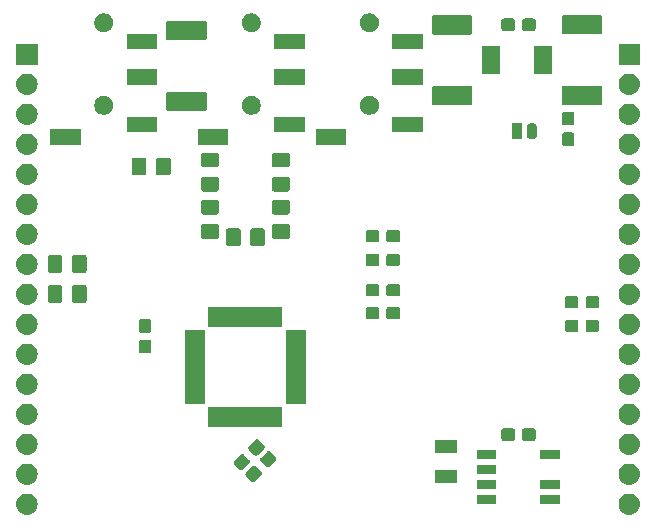
<source format=gbr>
%TF.GenerationSoftware,KiCad,Pcbnew,(5.0.2)-1*%
%TF.CreationDate,2020-07-31T09:38:14+02:00*%
%TF.ProjectId,Multimeter_Watch_Board_V1,4d756c74-696d-4657-9465-725f57617463,rev?*%
%TF.SameCoordinates,Original*%
%TF.FileFunction,Soldermask,Top*%
%TF.FilePolarity,Negative*%
%FSLAX46Y46*%
G04 Gerber Fmt 4.6, Leading zero omitted, Abs format (unit mm)*
G04 Created by KiCad (PCBNEW (5.0.2)-1) date 31.7.2020 9:38:14*
%MOMM*%
%LPD*%
G01*
G04 APERTURE LIST*
%ADD10C,0.100000*%
G04 APERTURE END LIST*
D10*
G36*
X153176432Y-91213022D02*
X153346081Y-91264485D01*
X153502433Y-91348056D01*
X153639475Y-91460525D01*
X153751944Y-91597567D01*
X153835515Y-91753919D01*
X153886978Y-91923568D01*
X153904354Y-92100000D01*
X153886978Y-92276432D01*
X153835515Y-92446081D01*
X153751944Y-92602433D01*
X153639475Y-92739475D01*
X153502433Y-92851944D01*
X153346081Y-92935515D01*
X153176432Y-92986978D01*
X153044211Y-93000000D01*
X152955789Y-93000000D01*
X152823568Y-92986978D01*
X152653919Y-92935515D01*
X152497567Y-92851944D01*
X152360525Y-92739475D01*
X152248056Y-92602433D01*
X152164485Y-92446081D01*
X152113022Y-92276432D01*
X152095646Y-92100000D01*
X152113022Y-91923568D01*
X152164485Y-91753919D01*
X152248056Y-91597567D01*
X152360525Y-91460525D01*
X152497567Y-91348056D01*
X152653919Y-91264485D01*
X152823568Y-91213022D01*
X152955789Y-91200000D01*
X153044211Y-91200000D01*
X153176432Y-91213022D01*
X153176432Y-91213022D01*
G37*
G36*
X102176432Y-91213022D02*
X102346081Y-91264485D01*
X102502433Y-91348056D01*
X102639475Y-91460525D01*
X102751944Y-91597567D01*
X102835515Y-91753919D01*
X102886978Y-91923568D01*
X102904354Y-92100000D01*
X102886978Y-92276432D01*
X102835515Y-92446081D01*
X102751944Y-92602433D01*
X102639475Y-92739475D01*
X102502433Y-92851944D01*
X102346081Y-92935515D01*
X102176432Y-92986978D01*
X102044211Y-93000000D01*
X101955789Y-93000000D01*
X101823568Y-92986978D01*
X101653919Y-92935515D01*
X101497567Y-92851944D01*
X101360525Y-92739475D01*
X101248056Y-92602433D01*
X101164485Y-92446081D01*
X101113022Y-92276432D01*
X101095646Y-92100000D01*
X101113022Y-91923568D01*
X101164485Y-91753919D01*
X101248056Y-91597567D01*
X101360525Y-91460525D01*
X101497567Y-91348056D01*
X101653919Y-91264485D01*
X101823568Y-91213022D01*
X101955789Y-91200000D01*
X102044211Y-91200000D01*
X102176432Y-91213022D01*
X102176432Y-91213022D01*
G37*
G36*
X147125000Y-92055000D02*
X145475000Y-92055000D01*
X145475000Y-91355000D01*
X147125000Y-91355000D01*
X147125000Y-92055000D01*
X147125000Y-92055000D01*
G37*
G36*
X141725000Y-92055000D02*
X140075000Y-92055000D01*
X140075000Y-91355000D01*
X141725000Y-91355000D01*
X141725000Y-92055000D01*
X141725000Y-92055000D01*
G37*
G36*
X141725000Y-90785000D02*
X140075000Y-90785000D01*
X140075000Y-90085000D01*
X141725000Y-90085000D01*
X141725000Y-90785000D01*
X141725000Y-90785000D01*
G37*
G36*
X147125000Y-90785000D02*
X145475000Y-90785000D01*
X145475000Y-90085000D01*
X147125000Y-90085000D01*
X147125000Y-90785000D01*
X147125000Y-90785000D01*
G37*
G36*
X153176432Y-88673022D02*
X153346081Y-88724485D01*
X153502433Y-88808056D01*
X153639475Y-88920525D01*
X153751944Y-89057567D01*
X153835515Y-89213919D01*
X153886978Y-89383568D01*
X153904354Y-89560000D01*
X153886978Y-89736432D01*
X153835515Y-89906081D01*
X153751944Y-90062433D01*
X153639475Y-90199475D01*
X153502433Y-90311944D01*
X153346081Y-90395515D01*
X153176432Y-90446978D01*
X153044211Y-90460000D01*
X152955789Y-90460000D01*
X152823568Y-90446978D01*
X152653919Y-90395515D01*
X152497567Y-90311944D01*
X152360525Y-90199475D01*
X152248056Y-90062433D01*
X152164485Y-89906081D01*
X152113022Y-89736432D01*
X152095646Y-89560000D01*
X152113022Y-89383568D01*
X152164485Y-89213919D01*
X152248056Y-89057567D01*
X152360525Y-88920525D01*
X152497567Y-88808056D01*
X152653919Y-88724485D01*
X152823568Y-88673022D01*
X152955789Y-88660000D01*
X153044211Y-88660000D01*
X153176432Y-88673022D01*
X153176432Y-88673022D01*
G37*
G36*
X102176432Y-88673022D02*
X102346081Y-88724485D01*
X102502433Y-88808056D01*
X102639475Y-88920525D01*
X102751944Y-89057567D01*
X102835515Y-89213919D01*
X102886978Y-89383568D01*
X102904354Y-89560000D01*
X102886978Y-89736432D01*
X102835515Y-89906081D01*
X102751944Y-90062433D01*
X102639475Y-90199475D01*
X102502433Y-90311944D01*
X102346081Y-90395515D01*
X102176432Y-90446978D01*
X102044211Y-90460000D01*
X101955789Y-90460000D01*
X101823568Y-90446978D01*
X101653919Y-90395515D01*
X101497567Y-90311944D01*
X101360525Y-90199475D01*
X101248056Y-90062433D01*
X101164485Y-89906081D01*
X101113022Y-89736432D01*
X101095646Y-89560000D01*
X101113022Y-89383568D01*
X101164485Y-89213919D01*
X101248056Y-89057567D01*
X101360525Y-88920525D01*
X101497567Y-88808056D01*
X101653919Y-88724485D01*
X101823568Y-88673022D01*
X101955789Y-88660000D01*
X102044211Y-88660000D01*
X102176432Y-88673022D01*
X102176432Y-88673022D01*
G37*
G36*
X138450000Y-90300000D02*
X136550000Y-90300000D01*
X136550000Y-89200000D01*
X138450000Y-89200000D01*
X138450000Y-90300000D01*
X138450000Y-90300000D01*
G37*
G36*
X121268103Y-88829825D02*
X121305514Y-88841173D01*
X121339979Y-88859595D01*
X121374976Y-88888316D01*
X121825898Y-89339238D01*
X121854619Y-89374235D01*
X121873041Y-89408700D01*
X121884389Y-89446111D01*
X121888220Y-89485009D01*
X121884389Y-89523907D01*
X121873041Y-89561318D01*
X121854619Y-89595783D01*
X121825898Y-89630780D01*
X121304266Y-90152412D01*
X121269269Y-90181133D01*
X121234804Y-90199555D01*
X121197393Y-90210903D01*
X121158495Y-90214734D01*
X121119597Y-90210903D01*
X121082186Y-90199555D01*
X121047721Y-90181133D01*
X121012724Y-90152412D01*
X120561802Y-89701490D01*
X120533081Y-89666493D01*
X120514659Y-89632028D01*
X120503311Y-89594617D01*
X120499480Y-89555719D01*
X120503311Y-89516821D01*
X120514659Y-89479410D01*
X120533081Y-89444945D01*
X120561802Y-89409948D01*
X121083434Y-88888316D01*
X121118431Y-88859595D01*
X121152896Y-88841173D01*
X121190307Y-88829825D01*
X121229205Y-88825994D01*
X121268103Y-88829825D01*
X121268103Y-88829825D01*
G37*
G36*
X141725000Y-89515000D02*
X140075000Y-89515000D01*
X140075000Y-88815000D01*
X141725000Y-88815000D01*
X141725000Y-89515000D01*
X141725000Y-89515000D01*
G37*
G36*
X120278238Y-87839791D02*
X120315649Y-87851139D01*
X120350114Y-87869561D01*
X120385111Y-87898282D01*
X120836033Y-88349204D01*
X120864754Y-88384201D01*
X120883176Y-88418666D01*
X120894524Y-88456077D01*
X120898355Y-88494975D01*
X120894524Y-88533873D01*
X120883176Y-88571284D01*
X120864754Y-88605749D01*
X120836033Y-88640746D01*
X120314401Y-89162378D01*
X120279404Y-89191099D01*
X120244939Y-89209521D01*
X120207528Y-89220869D01*
X120168630Y-89224700D01*
X120129732Y-89220869D01*
X120092321Y-89209521D01*
X120057856Y-89191099D01*
X120022859Y-89162378D01*
X119571937Y-88711456D01*
X119543216Y-88676459D01*
X119524794Y-88641994D01*
X119513446Y-88604583D01*
X119509615Y-88565685D01*
X119513446Y-88526787D01*
X119524794Y-88489376D01*
X119543216Y-88454911D01*
X119571937Y-88419914D01*
X120093569Y-87898282D01*
X120128566Y-87869561D01*
X120163031Y-87851139D01*
X120200442Y-87839791D01*
X120239340Y-87835960D01*
X120278238Y-87839791D01*
X120278238Y-87839791D01*
G37*
G36*
X122505539Y-87592389D02*
X122542950Y-87603737D01*
X122577415Y-87622159D01*
X122612412Y-87650880D01*
X123063334Y-88101802D01*
X123092055Y-88136799D01*
X123110477Y-88171264D01*
X123121825Y-88208675D01*
X123125656Y-88247573D01*
X123121825Y-88286471D01*
X123110477Y-88323882D01*
X123092055Y-88358347D01*
X123063334Y-88393344D01*
X122541702Y-88914976D01*
X122506705Y-88943697D01*
X122472240Y-88962119D01*
X122434829Y-88973467D01*
X122395931Y-88977298D01*
X122357033Y-88973467D01*
X122319622Y-88962119D01*
X122285157Y-88943697D01*
X122250160Y-88914976D01*
X121799238Y-88464054D01*
X121770517Y-88429057D01*
X121752095Y-88394592D01*
X121740747Y-88357181D01*
X121736916Y-88318283D01*
X121740747Y-88279385D01*
X121752095Y-88241974D01*
X121770517Y-88207509D01*
X121799238Y-88172512D01*
X122320870Y-87650880D01*
X122355867Y-87622159D01*
X122390332Y-87603737D01*
X122427743Y-87592389D01*
X122466641Y-87588558D01*
X122505539Y-87592389D01*
X122505539Y-87592389D01*
G37*
G36*
X141725000Y-88245000D02*
X140075000Y-88245000D01*
X140075000Y-87545000D01*
X141725000Y-87545000D01*
X141725000Y-88245000D01*
X141725000Y-88245000D01*
G37*
G36*
X147125000Y-88245000D02*
X145475000Y-88245000D01*
X145475000Y-87545000D01*
X147125000Y-87545000D01*
X147125000Y-88245000D01*
X147125000Y-88245000D01*
G37*
G36*
X121515674Y-86602355D02*
X121553085Y-86613703D01*
X121587550Y-86632125D01*
X121622547Y-86660846D01*
X122073469Y-87111768D01*
X122102190Y-87146765D01*
X122120612Y-87181230D01*
X122131960Y-87218641D01*
X122135791Y-87257539D01*
X122131960Y-87296437D01*
X122120612Y-87333848D01*
X122102190Y-87368313D01*
X122073469Y-87403310D01*
X121551837Y-87924942D01*
X121516840Y-87953663D01*
X121482375Y-87972085D01*
X121444964Y-87983433D01*
X121406066Y-87987264D01*
X121367168Y-87983433D01*
X121329757Y-87972085D01*
X121295292Y-87953663D01*
X121260295Y-87924942D01*
X120809373Y-87474020D01*
X120780652Y-87439023D01*
X120762230Y-87404558D01*
X120750882Y-87367147D01*
X120747051Y-87328249D01*
X120750882Y-87289351D01*
X120762230Y-87251940D01*
X120780652Y-87217475D01*
X120809373Y-87182478D01*
X121331005Y-86660846D01*
X121366002Y-86632125D01*
X121400467Y-86613703D01*
X121437878Y-86602355D01*
X121476776Y-86598524D01*
X121515674Y-86602355D01*
X121515674Y-86602355D01*
G37*
G36*
X153176432Y-86133022D02*
X153346081Y-86184485D01*
X153502433Y-86268056D01*
X153639475Y-86380525D01*
X153751944Y-86517567D01*
X153835515Y-86673919D01*
X153886978Y-86843568D01*
X153904354Y-87020000D01*
X153886978Y-87196432D01*
X153835515Y-87366081D01*
X153751944Y-87522433D01*
X153639475Y-87659475D01*
X153502433Y-87771944D01*
X153346081Y-87855515D01*
X153176432Y-87906978D01*
X153044211Y-87920000D01*
X152955789Y-87920000D01*
X152823568Y-87906978D01*
X152653919Y-87855515D01*
X152497567Y-87771944D01*
X152360525Y-87659475D01*
X152248056Y-87522433D01*
X152164485Y-87366081D01*
X152113022Y-87196432D01*
X152095646Y-87020000D01*
X152113022Y-86843568D01*
X152164485Y-86673919D01*
X152248056Y-86517567D01*
X152360525Y-86380525D01*
X152497567Y-86268056D01*
X152653919Y-86184485D01*
X152823568Y-86133022D01*
X152955789Y-86120000D01*
X153044211Y-86120000D01*
X153176432Y-86133022D01*
X153176432Y-86133022D01*
G37*
G36*
X102176432Y-86133022D02*
X102346081Y-86184485D01*
X102502433Y-86268056D01*
X102639475Y-86380525D01*
X102751944Y-86517567D01*
X102835515Y-86673919D01*
X102886978Y-86843568D01*
X102904354Y-87020000D01*
X102886978Y-87196432D01*
X102835515Y-87366081D01*
X102751944Y-87522433D01*
X102639475Y-87659475D01*
X102502433Y-87771944D01*
X102346081Y-87855515D01*
X102176432Y-87906978D01*
X102044211Y-87920000D01*
X101955789Y-87920000D01*
X101823568Y-87906978D01*
X101653919Y-87855515D01*
X101497567Y-87771944D01*
X101360525Y-87659475D01*
X101248056Y-87522433D01*
X101164485Y-87366081D01*
X101113022Y-87196432D01*
X101095646Y-87020000D01*
X101113022Y-86843568D01*
X101164485Y-86673919D01*
X101248056Y-86517567D01*
X101360525Y-86380525D01*
X101497567Y-86268056D01*
X101653919Y-86184485D01*
X101823568Y-86133022D01*
X101955789Y-86120000D01*
X102044211Y-86120000D01*
X102176432Y-86133022D01*
X102176432Y-86133022D01*
G37*
G36*
X138450000Y-87800000D02*
X136550000Y-87800000D01*
X136550000Y-86700000D01*
X138450000Y-86700000D01*
X138450000Y-87800000D01*
X138450000Y-87800000D01*
G37*
G36*
X143163898Y-85679436D02*
X143201309Y-85690784D01*
X143235774Y-85709206D01*
X143265994Y-85734006D01*
X143290794Y-85764226D01*
X143309216Y-85798691D01*
X143320564Y-85836102D01*
X143325000Y-85881141D01*
X143325000Y-86518859D01*
X143320564Y-86563898D01*
X143309216Y-86601309D01*
X143290794Y-86635774D01*
X143265994Y-86665994D01*
X143235774Y-86690794D01*
X143201309Y-86709216D01*
X143163898Y-86720564D01*
X143118859Y-86725000D01*
X142381141Y-86725000D01*
X142336102Y-86720564D01*
X142298691Y-86709216D01*
X142264226Y-86690794D01*
X142234006Y-86665994D01*
X142209206Y-86635774D01*
X142190784Y-86601309D01*
X142179436Y-86563898D01*
X142175000Y-86518859D01*
X142175000Y-85881141D01*
X142179436Y-85836102D01*
X142190784Y-85798691D01*
X142209206Y-85764226D01*
X142234006Y-85734006D01*
X142264226Y-85709206D01*
X142298691Y-85690784D01*
X142336102Y-85679436D01*
X142381141Y-85675000D01*
X143118859Y-85675000D01*
X143163898Y-85679436D01*
X143163898Y-85679436D01*
G37*
G36*
X144913898Y-85679436D02*
X144951309Y-85690784D01*
X144985774Y-85709206D01*
X145015994Y-85734006D01*
X145040794Y-85764226D01*
X145059216Y-85798691D01*
X145070564Y-85836102D01*
X145075000Y-85881141D01*
X145075000Y-86518859D01*
X145070564Y-86563898D01*
X145059216Y-86601309D01*
X145040794Y-86635774D01*
X145015994Y-86665994D01*
X144985774Y-86690794D01*
X144951309Y-86709216D01*
X144913898Y-86720564D01*
X144868859Y-86725000D01*
X144131141Y-86725000D01*
X144086102Y-86720564D01*
X144048691Y-86709216D01*
X144014226Y-86690794D01*
X143984006Y-86665994D01*
X143959206Y-86635774D01*
X143940784Y-86601309D01*
X143929436Y-86563898D01*
X143925000Y-86518859D01*
X143925000Y-85881141D01*
X143929436Y-85836102D01*
X143940784Y-85798691D01*
X143959206Y-85764226D01*
X143984006Y-85734006D01*
X144014226Y-85709206D01*
X144048691Y-85690784D01*
X144086102Y-85679436D01*
X144131141Y-85675000D01*
X144868859Y-85675000D01*
X144913898Y-85679436D01*
X144913898Y-85679436D01*
G37*
G36*
X123625000Y-85600000D02*
X117375000Y-85600000D01*
X117375000Y-83900000D01*
X123625000Y-83900000D01*
X123625000Y-85600000D01*
X123625000Y-85600000D01*
G37*
G36*
X153176432Y-83593022D02*
X153346081Y-83644485D01*
X153502433Y-83728056D01*
X153639475Y-83840525D01*
X153751944Y-83977567D01*
X153835515Y-84133919D01*
X153886978Y-84303568D01*
X153904354Y-84480000D01*
X153886978Y-84656432D01*
X153835515Y-84826081D01*
X153751944Y-84982433D01*
X153639475Y-85119475D01*
X153502433Y-85231944D01*
X153346081Y-85315515D01*
X153176432Y-85366978D01*
X153044211Y-85380000D01*
X152955789Y-85380000D01*
X152823568Y-85366978D01*
X152653919Y-85315515D01*
X152497567Y-85231944D01*
X152360525Y-85119475D01*
X152248056Y-84982433D01*
X152164485Y-84826081D01*
X152113022Y-84656432D01*
X152095646Y-84480000D01*
X152113022Y-84303568D01*
X152164485Y-84133919D01*
X152248056Y-83977567D01*
X152360525Y-83840525D01*
X152497567Y-83728056D01*
X152653919Y-83644485D01*
X152823568Y-83593022D01*
X152955789Y-83580000D01*
X153044211Y-83580000D01*
X153176432Y-83593022D01*
X153176432Y-83593022D01*
G37*
G36*
X102176432Y-83593022D02*
X102346081Y-83644485D01*
X102502433Y-83728056D01*
X102639475Y-83840525D01*
X102751944Y-83977567D01*
X102835515Y-84133919D01*
X102886978Y-84303568D01*
X102904354Y-84480000D01*
X102886978Y-84656432D01*
X102835515Y-84826081D01*
X102751944Y-84982433D01*
X102639475Y-85119475D01*
X102502433Y-85231944D01*
X102346081Y-85315515D01*
X102176432Y-85366978D01*
X102044211Y-85380000D01*
X101955789Y-85380000D01*
X101823568Y-85366978D01*
X101653919Y-85315515D01*
X101497567Y-85231944D01*
X101360525Y-85119475D01*
X101248056Y-84982433D01*
X101164485Y-84826081D01*
X101113022Y-84656432D01*
X101095646Y-84480000D01*
X101113022Y-84303568D01*
X101164485Y-84133919D01*
X101248056Y-83977567D01*
X101360525Y-83840525D01*
X101497567Y-83728056D01*
X101653919Y-83644485D01*
X101823568Y-83593022D01*
X101955789Y-83580000D01*
X102044211Y-83580000D01*
X102176432Y-83593022D01*
X102176432Y-83593022D01*
G37*
G36*
X125600000Y-83625000D02*
X123900000Y-83625000D01*
X123900000Y-77375000D01*
X125600000Y-77375000D01*
X125600000Y-83625000D01*
X125600000Y-83625000D01*
G37*
G36*
X117100000Y-83625000D02*
X115400000Y-83625000D01*
X115400000Y-77375000D01*
X117100000Y-77375000D01*
X117100000Y-83625000D01*
X117100000Y-83625000D01*
G37*
G36*
X102176432Y-81053022D02*
X102346081Y-81104485D01*
X102502433Y-81188056D01*
X102639475Y-81300525D01*
X102751944Y-81437567D01*
X102835515Y-81593919D01*
X102886978Y-81763568D01*
X102904354Y-81940000D01*
X102886978Y-82116432D01*
X102835515Y-82286081D01*
X102751944Y-82442433D01*
X102639475Y-82579475D01*
X102502433Y-82691944D01*
X102346081Y-82775515D01*
X102176432Y-82826978D01*
X102044211Y-82840000D01*
X101955789Y-82840000D01*
X101823568Y-82826978D01*
X101653919Y-82775515D01*
X101497567Y-82691944D01*
X101360525Y-82579475D01*
X101248056Y-82442433D01*
X101164485Y-82286081D01*
X101113022Y-82116432D01*
X101095646Y-81940000D01*
X101113022Y-81763568D01*
X101164485Y-81593919D01*
X101248056Y-81437567D01*
X101360525Y-81300525D01*
X101497567Y-81188056D01*
X101653919Y-81104485D01*
X101823568Y-81053022D01*
X101955789Y-81040000D01*
X102044211Y-81040000D01*
X102176432Y-81053022D01*
X102176432Y-81053022D01*
G37*
G36*
X153176432Y-81053022D02*
X153346081Y-81104485D01*
X153502433Y-81188056D01*
X153639475Y-81300525D01*
X153751944Y-81437567D01*
X153835515Y-81593919D01*
X153886978Y-81763568D01*
X153904354Y-81940000D01*
X153886978Y-82116432D01*
X153835515Y-82286081D01*
X153751944Y-82442433D01*
X153639475Y-82579475D01*
X153502433Y-82691944D01*
X153346081Y-82775515D01*
X153176432Y-82826978D01*
X153044211Y-82840000D01*
X152955789Y-82840000D01*
X152823568Y-82826978D01*
X152653919Y-82775515D01*
X152497567Y-82691944D01*
X152360525Y-82579475D01*
X152248056Y-82442433D01*
X152164485Y-82286081D01*
X152113022Y-82116432D01*
X152095646Y-81940000D01*
X152113022Y-81763568D01*
X152164485Y-81593919D01*
X152248056Y-81437567D01*
X152360525Y-81300525D01*
X152497567Y-81188056D01*
X152653919Y-81104485D01*
X152823568Y-81053022D01*
X152955789Y-81040000D01*
X153044211Y-81040000D01*
X153176432Y-81053022D01*
X153176432Y-81053022D01*
G37*
G36*
X102176432Y-78513022D02*
X102346081Y-78564485D01*
X102502433Y-78648056D01*
X102639475Y-78760525D01*
X102751944Y-78897567D01*
X102835515Y-79053919D01*
X102886978Y-79223568D01*
X102904354Y-79400000D01*
X102886978Y-79576432D01*
X102835515Y-79746081D01*
X102751944Y-79902433D01*
X102639475Y-80039475D01*
X102502433Y-80151944D01*
X102346081Y-80235515D01*
X102176432Y-80286978D01*
X102044211Y-80300000D01*
X101955789Y-80300000D01*
X101823568Y-80286978D01*
X101653919Y-80235515D01*
X101497567Y-80151944D01*
X101360525Y-80039475D01*
X101248056Y-79902433D01*
X101164485Y-79746081D01*
X101113022Y-79576432D01*
X101095646Y-79400000D01*
X101113022Y-79223568D01*
X101164485Y-79053919D01*
X101248056Y-78897567D01*
X101360525Y-78760525D01*
X101497567Y-78648056D01*
X101653919Y-78564485D01*
X101823568Y-78513022D01*
X101955789Y-78500000D01*
X102044211Y-78500000D01*
X102176432Y-78513022D01*
X102176432Y-78513022D01*
G37*
G36*
X153176432Y-78513022D02*
X153346081Y-78564485D01*
X153502433Y-78648056D01*
X153639475Y-78760525D01*
X153751944Y-78897567D01*
X153835515Y-79053919D01*
X153886978Y-79223568D01*
X153904354Y-79400000D01*
X153886978Y-79576432D01*
X153835515Y-79746081D01*
X153751944Y-79902433D01*
X153639475Y-80039475D01*
X153502433Y-80151944D01*
X153346081Y-80235515D01*
X153176432Y-80286978D01*
X153044211Y-80300000D01*
X152955789Y-80300000D01*
X152823568Y-80286978D01*
X152653919Y-80235515D01*
X152497567Y-80151944D01*
X152360525Y-80039475D01*
X152248056Y-79902433D01*
X152164485Y-79746081D01*
X152113022Y-79576432D01*
X152095646Y-79400000D01*
X152113022Y-79223568D01*
X152164485Y-79053919D01*
X152248056Y-78897567D01*
X152360525Y-78760525D01*
X152497567Y-78648056D01*
X152653919Y-78564485D01*
X152823568Y-78513022D01*
X152955789Y-78500000D01*
X153044211Y-78500000D01*
X153176432Y-78513022D01*
X153176432Y-78513022D01*
G37*
G36*
X112363898Y-78179435D02*
X112401309Y-78190783D01*
X112435774Y-78209205D01*
X112465994Y-78234005D01*
X112490794Y-78264225D01*
X112509216Y-78298690D01*
X112520564Y-78336101D01*
X112525000Y-78381140D01*
X112525000Y-79118858D01*
X112520564Y-79163897D01*
X112509216Y-79201308D01*
X112490794Y-79235773D01*
X112465994Y-79265993D01*
X112435774Y-79290793D01*
X112401309Y-79309215D01*
X112363898Y-79320563D01*
X112318859Y-79324999D01*
X111681141Y-79324999D01*
X111636102Y-79320563D01*
X111598691Y-79309215D01*
X111564226Y-79290793D01*
X111534006Y-79265993D01*
X111509206Y-79235773D01*
X111490784Y-79201308D01*
X111479436Y-79163897D01*
X111475000Y-79118858D01*
X111475000Y-78381140D01*
X111479436Y-78336101D01*
X111490784Y-78298690D01*
X111509206Y-78264225D01*
X111534006Y-78234005D01*
X111564226Y-78209205D01*
X111598691Y-78190783D01*
X111636102Y-78179435D01*
X111681141Y-78174999D01*
X112318859Y-78174999D01*
X112363898Y-78179435D01*
X112363898Y-78179435D01*
G37*
G36*
X102176432Y-75973022D02*
X102346081Y-76024485D01*
X102502433Y-76108056D01*
X102639475Y-76220525D01*
X102751944Y-76357567D01*
X102835515Y-76513919D01*
X102886978Y-76683568D01*
X102904354Y-76860000D01*
X102886978Y-77036432D01*
X102835515Y-77206081D01*
X102751944Y-77362433D01*
X102639475Y-77499475D01*
X102502433Y-77611944D01*
X102346081Y-77695515D01*
X102176432Y-77746978D01*
X102044211Y-77760000D01*
X101955789Y-77760000D01*
X101823568Y-77746978D01*
X101653919Y-77695515D01*
X101497567Y-77611944D01*
X101360525Y-77499475D01*
X101248056Y-77362433D01*
X101164485Y-77206081D01*
X101113022Y-77036432D01*
X101095646Y-76860000D01*
X101113022Y-76683568D01*
X101164485Y-76513919D01*
X101248056Y-76357567D01*
X101360525Y-76220525D01*
X101497567Y-76108056D01*
X101653919Y-76024485D01*
X101823568Y-75973022D01*
X101955789Y-75960000D01*
X102044211Y-75960000D01*
X102176432Y-75973022D01*
X102176432Y-75973022D01*
G37*
G36*
X153176432Y-75973022D02*
X153346081Y-76024485D01*
X153502433Y-76108056D01*
X153639475Y-76220525D01*
X153751944Y-76357567D01*
X153835515Y-76513919D01*
X153886978Y-76683568D01*
X153904354Y-76860000D01*
X153886978Y-77036432D01*
X153835515Y-77206081D01*
X153751944Y-77362433D01*
X153639475Y-77499475D01*
X153502433Y-77611944D01*
X153346081Y-77695515D01*
X153176432Y-77746978D01*
X153044211Y-77760000D01*
X152955789Y-77760000D01*
X152823568Y-77746978D01*
X152653919Y-77695515D01*
X152497567Y-77611944D01*
X152360525Y-77499475D01*
X152248056Y-77362433D01*
X152164485Y-77206081D01*
X152113022Y-77036432D01*
X152095646Y-76860000D01*
X152113022Y-76683568D01*
X152164485Y-76513919D01*
X152248056Y-76357567D01*
X152360525Y-76220525D01*
X152497567Y-76108056D01*
X152653919Y-76024485D01*
X152823568Y-75973022D01*
X152955789Y-75960000D01*
X153044211Y-75960000D01*
X153176432Y-75973022D01*
X153176432Y-75973022D01*
G37*
G36*
X112363898Y-76429435D02*
X112401309Y-76440783D01*
X112435774Y-76459205D01*
X112465994Y-76484005D01*
X112490794Y-76514225D01*
X112509216Y-76548690D01*
X112520564Y-76586101D01*
X112525000Y-76631140D01*
X112525000Y-77368858D01*
X112520564Y-77413897D01*
X112509216Y-77451308D01*
X112490794Y-77485773D01*
X112465994Y-77515993D01*
X112435774Y-77540793D01*
X112401309Y-77559215D01*
X112363898Y-77570563D01*
X112318859Y-77574999D01*
X111681141Y-77574999D01*
X111636102Y-77570563D01*
X111598691Y-77559215D01*
X111564226Y-77540793D01*
X111534006Y-77515993D01*
X111509206Y-77485773D01*
X111490784Y-77451308D01*
X111479436Y-77413897D01*
X111475000Y-77368858D01*
X111475000Y-76631140D01*
X111479436Y-76586101D01*
X111490784Y-76548690D01*
X111509206Y-76514225D01*
X111534006Y-76484005D01*
X111564226Y-76459205D01*
X111598691Y-76440783D01*
X111636102Y-76429435D01*
X111681141Y-76424999D01*
X112318859Y-76424999D01*
X112363898Y-76429435D01*
X112363898Y-76429435D01*
G37*
G36*
X148538898Y-76479436D02*
X148576309Y-76490784D01*
X148610774Y-76509206D01*
X148640994Y-76534006D01*
X148665794Y-76564226D01*
X148684216Y-76598691D01*
X148695564Y-76636102D01*
X148700000Y-76681141D01*
X148700000Y-77318859D01*
X148695564Y-77363898D01*
X148684216Y-77401309D01*
X148665794Y-77435774D01*
X148640994Y-77465994D01*
X148610774Y-77490794D01*
X148576309Y-77509216D01*
X148538898Y-77520564D01*
X148493859Y-77525000D01*
X147756141Y-77525000D01*
X147711102Y-77520564D01*
X147673691Y-77509216D01*
X147639226Y-77490794D01*
X147609006Y-77465994D01*
X147584206Y-77435774D01*
X147565784Y-77401309D01*
X147554436Y-77363898D01*
X147550000Y-77318859D01*
X147550000Y-76681141D01*
X147554436Y-76636102D01*
X147565784Y-76598691D01*
X147584206Y-76564226D01*
X147609006Y-76534006D01*
X147639226Y-76509206D01*
X147673691Y-76490784D01*
X147711102Y-76479436D01*
X147756141Y-76475000D01*
X148493859Y-76475000D01*
X148538898Y-76479436D01*
X148538898Y-76479436D01*
G37*
G36*
X150288898Y-76479436D02*
X150326309Y-76490784D01*
X150360774Y-76509206D01*
X150390994Y-76534006D01*
X150415794Y-76564226D01*
X150434216Y-76598691D01*
X150445564Y-76636102D01*
X150450000Y-76681141D01*
X150450000Y-77318859D01*
X150445564Y-77363898D01*
X150434216Y-77401309D01*
X150415794Y-77435774D01*
X150390994Y-77465994D01*
X150360774Y-77490794D01*
X150326309Y-77509216D01*
X150288898Y-77520564D01*
X150243859Y-77525000D01*
X149506141Y-77525000D01*
X149461102Y-77520564D01*
X149423691Y-77509216D01*
X149389226Y-77490794D01*
X149359006Y-77465994D01*
X149334206Y-77435774D01*
X149315784Y-77401309D01*
X149304436Y-77363898D01*
X149300000Y-77318859D01*
X149300000Y-76681141D01*
X149304436Y-76636102D01*
X149315784Y-76598691D01*
X149334206Y-76564226D01*
X149359006Y-76534006D01*
X149389226Y-76509206D01*
X149423691Y-76490784D01*
X149461102Y-76479436D01*
X149506141Y-76475000D01*
X150243859Y-76475000D01*
X150288898Y-76479436D01*
X150288898Y-76479436D01*
G37*
G36*
X123625000Y-77100000D02*
X117375000Y-77100000D01*
X117375000Y-75400000D01*
X123625000Y-75400000D01*
X123625000Y-77100000D01*
X123625000Y-77100000D01*
G37*
G36*
X133424937Y-75393649D02*
X133462348Y-75404997D01*
X133496813Y-75423419D01*
X133527033Y-75448219D01*
X133551833Y-75478439D01*
X133570255Y-75512904D01*
X133581603Y-75550315D01*
X133586039Y-75595354D01*
X133586039Y-76233072D01*
X133581603Y-76278111D01*
X133570255Y-76315522D01*
X133551833Y-76349987D01*
X133527033Y-76380207D01*
X133496813Y-76405007D01*
X133462348Y-76423429D01*
X133424937Y-76434777D01*
X133379898Y-76439213D01*
X132642180Y-76439213D01*
X132597141Y-76434777D01*
X132559730Y-76423429D01*
X132525265Y-76405007D01*
X132495045Y-76380207D01*
X132470245Y-76349987D01*
X132451823Y-76315522D01*
X132440475Y-76278111D01*
X132436039Y-76233072D01*
X132436039Y-75595354D01*
X132440475Y-75550315D01*
X132451823Y-75512904D01*
X132470245Y-75478439D01*
X132495045Y-75448219D01*
X132525265Y-75423419D01*
X132559730Y-75404997D01*
X132597141Y-75393649D01*
X132642180Y-75389213D01*
X133379898Y-75389213D01*
X133424937Y-75393649D01*
X133424937Y-75393649D01*
G37*
G36*
X131674937Y-75393649D02*
X131712348Y-75404997D01*
X131746813Y-75423419D01*
X131777033Y-75448219D01*
X131801833Y-75478439D01*
X131820255Y-75512904D01*
X131831603Y-75550315D01*
X131836039Y-75595354D01*
X131836039Y-76233072D01*
X131831603Y-76278111D01*
X131820255Y-76315522D01*
X131801833Y-76349987D01*
X131777033Y-76380207D01*
X131746813Y-76405007D01*
X131712348Y-76423429D01*
X131674937Y-76434777D01*
X131629898Y-76439213D01*
X130892180Y-76439213D01*
X130847141Y-76434777D01*
X130809730Y-76423429D01*
X130775265Y-76405007D01*
X130745045Y-76380207D01*
X130720245Y-76349987D01*
X130701823Y-76315522D01*
X130690475Y-76278111D01*
X130686039Y-76233072D01*
X130686039Y-75595354D01*
X130690475Y-75550315D01*
X130701823Y-75512904D01*
X130720245Y-75478439D01*
X130745045Y-75448219D01*
X130775265Y-75423419D01*
X130809730Y-75404997D01*
X130847141Y-75393649D01*
X130892180Y-75389213D01*
X131629898Y-75389213D01*
X131674937Y-75393649D01*
X131674937Y-75393649D01*
G37*
G36*
X150288898Y-74479436D02*
X150326309Y-74490784D01*
X150360774Y-74509206D01*
X150390994Y-74534006D01*
X150415794Y-74564226D01*
X150434216Y-74598691D01*
X150445564Y-74636102D01*
X150450000Y-74681141D01*
X150450000Y-75318859D01*
X150445564Y-75363898D01*
X150434216Y-75401309D01*
X150415794Y-75435774D01*
X150390994Y-75465994D01*
X150360774Y-75490794D01*
X150326309Y-75509216D01*
X150288898Y-75520564D01*
X150243859Y-75525000D01*
X149506141Y-75525000D01*
X149461102Y-75520564D01*
X149423691Y-75509216D01*
X149389226Y-75490794D01*
X149359006Y-75465994D01*
X149334206Y-75435774D01*
X149315784Y-75401309D01*
X149304436Y-75363898D01*
X149300000Y-75318859D01*
X149300000Y-74681141D01*
X149304436Y-74636102D01*
X149315784Y-74598691D01*
X149334206Y-74564226D01*
X149359006Y-74534006D01*
X149389226Y-74509206D01*
X149423691Y-74490784D01*
X149461102Y-74479436D01*
X149506141Y-74475000D01*
X150243859Y-74475000D01*
X150288898Y-74479436D01*
X150288898Y-74479436D01*
G37*
G36*
X148538898Y-74479436D02*
X148576309Y-74490784D01*
X148610774Y-74509206D01*
X148640994Y-74534006D01*
X148665794Y-74564226D01*
X148684216Y-74598691D01*
X148695564Y-74636102D01*
X148700000Y-74681141D01*
X148700000Y-75318859D01*
X148695564Y-75363898D01*
X148684216Y-75401309D01*
X148665794Y-75435774D01*
X148640994Y-75465994D01*
X148610774Y-75490794D01*
X148576309Y-75509216D01*
X148538898Y-75520564D01*
X148493859Y-75525000D01*
X147756141Y-75525000D01*
X147711102Y-75520564D01*
X147673691Y-75509216D01*
X147639226Y-75490794D01*
X147609006Y-75465994D01*
X147584206Y-75435774D01*
X147565784Y-75401309D01*
X147554436Y-75363898D01*
X147550000Y-75318859D01*
X147550000Y-74681141D01*
X147554436Y-74636102D01*
X147565784Y-74598691D01*
X147584206Y-74564226D01*
X147609006Y-74534006D01*
X147639226Y-74509206D01*
X147673691Y-74490784D01*
X147711102Y-74479436D01*
X147756141Y-74475000D01*
X148493859Y-74475000D01*
X148538898Y-74479436D01*
X148538898Y-74479436D01*
G37*
G36*
X153176432Y-73433022D02*
X153346081Y-73484485D01*
X153502433Y-73568056D01*
X153639475Y-73680525D01*
X153751944Y-73817567D01*
X153835515Y-73973919D01*
X153886978Y-74143568D01*
X153904354Y-74320000D01*
X153886978Y-74496432D01*
X153835515Y-74666081D01*
X153751944Y-74822433D01*
X153639475Y-74959475D01*
X153502433Y-75071944D01*
X153346081Y-75155515D01*
X153176432Y-75206978D01*
X153044211Y-75220000D01*
X152955789Y-75220000D01*
X152823568Y-75206978D01*
X152653919Y-75155515D01*
X152497567Y-75071944D01*
X152360525Y-74959475D01*
X152248056Y-74822433D01*
X152164485Y-74666081D01*
X152113022Y-74496432D01*
X152095646Y-74320000D01*
X152113022Y-74143568D01*
X152164485Y-73973919D01*
X152248056Y-73817567D01*
X152360525Y-73680525D01*
X152497567Y-73568056D01*
X152653919Y-73484485D01*
X152823568Y-73433022D01*
X152955789Y-73420000D01*
X153044211Y-73420000D01*
X153176432Y-73433022D01*
X153176432Y-73433022D01*
G37*
G36*
X102176432Y-73433022D02*
X102346081Y-73484485D01*
X102502433Y-73568056D01*
X102639475Y-73680525D01*
X102751944Y-73817567D01*
X102835515Y-73973919D01*
X102886978Y-74143568D01*
X102904354Y-74320000D01*
X102886978Y-74496432D01*
X102835515Y-74666081D01*
X102751944Y-74822433D01*
X102639475Y-74959475D01*
X102502433Y-75071944D01*
X102346081Y-75155515D01*
X102176432Y-75206978D01*
X102044211Y-75220000D01*
X101955789Y-75220000D01*
X101823568Y-75206978D01*
X101653919Y-75155515D01*
X101497567Y-75071944D01*
X101360525Y-74959475D01*
X101248056Y-74822433D01*
X101164485Y-74666081D01*
X101113022Y-74496432D01*
X101095646Y-74320000D01*
X101113022Y-74143568D01*
X101164485Y-73973919D01*
X101248056Y-73817567D01*
X101360525Y-73680525D01*
X101497567Y-73568056D01*
X101653919Y-73484485D01*
X101823568Y-73433022D01*
X101955789Y-73420000D01*
X102044211Y-73420000D01*
X102176432Y-73433022D01*
X102176432Y-73433022D01*
G37*
G36*
X106898024Y-73549457D02*
X106935635Y-73560866D01*
X106970299Y-73579394D01*
X107000676Y-73604324D01*
X107025606Y-73634701D01*
X107044134Y-73669365D01*
X107055543Y-73706976D01*
X107060000Y-73752227D01*
X107060000Y-74837773D01*
X107055543Y-74883024D01*
X107044134Y-74920635D01*
X107025606Y-74955299D01*
X107000676Y-74985676D01*
X106970299Y-75010606D01*
X106935635Y-75029134D01*
X106898024Y-75040543D01*
X106852773Y-75045000D01*
X106017227Y-75045000D01*
X105971976Y-75040543D01*
X105934365Y-75029134D01*
X105899701Y-75010606D01*
X105869324Y-74985676D01*
X105844394Y-74955299D01*
X105825866Y-74920635D01*
X105814457Y-74883024D01*
X105810000Y-74837773D01*
X105810000Y-73752227D01*
X105814457Y-73706976D01*
X105825866Y-73669365D01*
X105844394Y-73634701D01*
X105869324Y-73604324D01*
X105899701Y-73579394D01*
X105934365Y-73560866D01*
X105971976Y-73549457D01*
X106017227Y-73545000D01*
X106852773Y-73545000D01*
X106898024Y-73549457D01*
X106898024Y-73549457D01*
G37*
G36*
X104848024Y-73549457D02*
X104885635Y-73560866D01*
X104920299Y-73579394D01*
X104950676Y-73604324D01*
X104975606Y-73634701D01*
X104994134Y-73669365D01*
X105005543Y-73706976D01*
X105010000Y-73752227D01*
X105010000Y-74837773D01*
X105005543Y-74883024D01*
X104994134Y-74920635D01*
X104975606Y-74955299D01*
X104950676Y-74985676D01*
X104920299Y-75010606D01*
X104885635Y-75029134D01*
X104848024Y-75040543D01*
X104802773Y-75045000D01*
X103967227Y-75045000D01*
X103921976Y-75040543D01*
X103884365Y-75029134D01*
X103849701Y-75010606D01*
X103819324Y-74985676D01*
X103794394Y-74955299D01*
X103775866Y-74920635D01*
X103764457Y-74883024D01*
X103760000Y-74837773D01*
X103760000Y-73752227D01*
X103764457Y-73706976D01*
X103775866Y-73669365D01*
X103794394Y-73634701D01*
X103819324Y-73604324D01*
X103849701Y-73579394D01*
X103884365Y-73560866D01*
X103921976Y-73549457D01*
X103967227Y-73545000D01*
X104802773Y-73545000D01*
X104848024Y-73549457D01*
X104848024Y-73549457D01*
G37*
G36*
X133424938Y-73469029D02*
X133462349Y-73480377D01*
X133496814Y-73498799D01*
X133527034Y-73523599D01*
X133551834Y-73553819D01*
X133570256Y-73588284D01*
X133581604Y-73625695D01*
X133586040Y-73670734D01*
X133586040Y-74308452D01*
X133581604Y-74353491D01*
X133570256Y-74390902D01*
X133551834Y-74425367D01*
X133527034Y-74455587D01*
X133496814Y-74480387D01*
X133462349Y-74498809D01*
X133424938Y-74510157D01*
X133379899Y-74514593D01*
X132642181Y-74514593D01*
X132597142Y-74510157D01*
X132559731Y-74498809D01*
X132525266Y-74480387D01*
X132495046Y-74455587D01*
X132470246Y-74425367D01*
X132451824Y-74390902D01*
X132440476Y-74353491D01*
X132436040Y-74308452D01*
X132436040Y-73670734D01*
X132440476Y-73625695D01*
X132451824Y-73588284D01*
X132470246Y-73553819D01*
X132495046Y-73523599D01*
X132525266Y-73498799D01*
X132559731Y-73480377D01*
X132597142Y-73469029D01*
X132642181Y-73464593D01*
X133379899Y-73464593D01*
X133424938Y-73469029D01*
X133424938Y-73469029D01*
G37*
G36*
X131674938Y-73469029D02*
X131712349Y-73480377D01*
X131746814Y-73498799D01*
X131777034Y-73523599D01*
X131801834Y-73553819D01*
X131820256Y-73588284D01*
X131831604Y-73625695D01*
X131836040Y-73670734D01*
X131836040Y-74308452D01*
X131831604Y-74353491D01*
X131820256Y-74390902D01*
X131801834Y-74425367D01*
X131777034Y-74455587D01*
X131746814Y-74480387D01*
X131712349Y-74498809D01*
X131674938Y-74510157D01*
X131629899Y-74514593D01*
X130892181Y-74514593D01*
X130847142Y-74510157D01*
X130809731Y-74498809D01*
X130775266Y-74480387D01*
X130745046Y-74455587D01*
X130720246Y-74425367D01*
X130701824Y-74390902D01*
X130690476Y-74353491D01*
X130686040Y-74308452D01*
X130686040Y-73670734D01*
X130690476Y-73625695D01*
X130701824Y-73588284D01*
X130720246Y-73553819D01*
X130745046Y-73523599D01*
X130775266Y-73498799D01*
X130809731Y-73480377D01*
X130847142Y-73469029D01*
X130892181Y-73464593D01*
X131629899Y-73464593D01*
X131674938Y-73469029D01*
X131674938Y-73469029D01*
G37*
G36*
X153176432Y-70893022D02*
X153346081Y-70944485D01*
X153502433Y-71028056D01*
X153639475Y-71140525D01*
X153751944Y-71277567D01*
X153835515Y-71433919D01*
X153886978Y-71603568D01*
X153904354Y-71780000D01*
X153886978Y-71956432D01*
X153835515Y-72126081D01*
X153751944Y-72282433D01*
X153639475Y-72419475D01*
X153502433Y-72531944D01*
X153346081Y-72615515D01*
X153176432Y-72666978D01*
X153044211Y-72680000D01*
X152955789Y-72680000D01*
X152823568Y-72666978D01*
X152653919Y-72615515D01*
X152497567Y-72531944D01*
X152360525Y-72419475D01*
X152248056Y-72282433D01*
X152164485Y-72126081D01*
X152113022Y-71956432D01*
X152095646Y-71780000D01*
X152113022Y-71603568D01*
X152164485Y-71433919D01*
X152248056Y-71277567D01*
X152360525Y-71140525D01*
X152497567Y-71028056D01*
X152653919Y-70944485D01*
X152823568Y-70893022D01*
X152955789Y-70880000D01*
X153044211Y-70880000D01*
X153176432Y-70893022D01*
X153176432Y-70893022D01*
G37*
G36*
X102176432Y-70893022D02*
X102346081Y-70944485D01*
X102502433Y-71028056D01*
X102639475Y-71140525D01*
X102751944Y-71277567D01*
X102835515Y-71433919D01*
X102886978Y-71603568D01*
X102904354Y-71780000D01*
X102886978Y-71956432D01*
X102835515Y-72126081D01*
X102751944Y-72282433D01*
X102639475Y-72419475D01*
X102502433Y-72531944D01*
X102346081Y-72615515D01*
X102176432Y-72666978D01*
X102044211Y-72680000D01*
X101955789Y-72680000D01*
X101823568Y-72666978D01*
X101653919Y-72615515D01*
X101497567Y-72531944D01*
X101360525Y-72419475D01*
X101248056Y-72282433D01*
X101164485Y-72126081D01*
X101113022Y-71956432D01*
X101095646Y-71780000D01*
X101113022Y-71603568D01*
X101164485Y-71433919D01*
X101248056Y-71277567D01*
X101360525Y-71140525D01*
X101497567Y-71028056D01*
X101653919Y-70944485D01*
X101823568Y-70893022D01*
X101955789Y-70880000D01*
X102044211Y-70880000D01*
X102176432Y-70893022D01*
X102176432Y-70893022D01*
G37*
G36*
X104848024Y-71009457D02*
X104885635Y-71020866D01*
X104920299Y-71039394D01*
X104950676Y-71064324D01*
X104975606Y-71094701D01*
X104994134Y-71129365D01*
X105005543Y-71166976D01*
X105010000Y-71212227D01*
X105010000Y-72297773D01*
X105005543Y-72343024D01*
X104994134Y-72380635D01*
X104975606Y-72415299D01*
X104950676Y-72445676D01*
X104920299Y-72470606D01*
X104885635Y-72489134D01*
X104848024Y-72500543D01*
X104802773Y-72505000D01*
X103967227Y-72505000D01*
X103921976Y-72500543D01*
X103884365Y-72489134D01*
X103849701Y-72470606D01*
X103819324Y-72445676D01*
X103794394Y-72415299D01*
X103775866Y-72380635D01*
X103764457Y-72343024D01*
X103760000Y-72297773D01*
X103760000Y-71212227D01*
X103764457Y-71166976D01*
X103775866Y-71129365D01*
X103794394Y-71094701D01*
X103819324Y-71064324D01*
X103849701Y-71039394D01*
X103884365Y-71020866D01*
X103921976Y-71009457D01*
X103967227Y-71005000D01*
X104802773Y-71005000D01*
X104848024Y-71009457D01*
X104848024Y-71009457D01*
G37*
G36*
X106898024Y-71009457D02*
X106935635Y-71020866D01*
X106970299Y-71039394D01*
X107000676Y-71064324D01*
X107025606Y-71094701D01*
X107044134Y-71129365D01*
X107055543Y-71166976D01*
X107060000Y-71212227D01*
X107060000Y-72297773D01*
X107055543Y-72343024D01*
X107044134Y-72380635D01*
X107025606Y-72415299D01*
X107000676Y-72445676D01*
X106970299Y-72470606D01*
X106935635Y-72489134D01*
X106898024Y-72500543D01*
X106852773Y-72505000D01*
X106017227Y-72505000D01*
X105971976Y-72500543D01*
X105934365Y-72489134D01*
X105899701Y-72470606D01*
X105869324Y-72445676D01*
X105844394Y-72415299D01*
X105825866Y-72380635D01*
X105814457Y-72343024D01*
X105810000Y-72297773D01*
X105810000Y-71212227D01*
X105814457Y-71166976D01*
X105825866Y-71129365D01*
X105844394Y-71094701D01*
X105869324Y-71064324D01*
X105899701Y-71039394D01*
X105934365Y-71020866D01*
X105971976Y-71009457D01*
X106017227Y-71005000D01*
X106852773Y-71005000D01*
X106898024Y-71009457D01*
X106898024Y-71009457D01*
G37*
G36*
X131674938Y-70893650D02*
X131712349Y-70904998D01*
X131746814Y-70923420D01*
X131777034Y-70948220D01*
X131801834Y-70978440D01*
X131820256Y-71012905D01*
X131831604Y-71050316D01*
X131836040Y-71095355D01*
X131836040Y-71733073D01*
X131831604Y-71778112D01*
X131820256Y-71815523D01*
X131801834Y-71849988D01*
X131777034Y-71880208D01*
X131746814Y-71905008D01*
X131712349Y-71923430D01*
X131674938Y-71934778D01*
X131629899Y-71939214D01*
X130892181Y-71939214D01*
X130847142Y-71934778D01*
X130809731Y-71923430D01*
X130775266Y-71905008D01*
X130745046Y-71880208D01*
X130720246Y-71849988D01*
X130701824Y-71815523D01*
X130690476Y-71778112D01*
X130686040Y-71733073D01*
X130686040Y-71095355D01*
X130690476Y-71050316D01*
X130701824Y-71012905D01*
X130720246Y-70978440D01*
X130745046Y-70948220D01*
X130775266Y-70923420D01*
X130809731Y-70904998D01*
X130847142Y-70893650D01*
X130892181Y-70889214D01*
X131629899Y-70889214D01*
X131674938Y-70893650D01*
X131674938Y-70893650D01*
G37*
G36*
X133424938Y-70893650D02*
X133462349Y-70904998D01*
X133496814Y-70923420D01*
X133527034Y-70948220D01*
X133551834Y-70978440D01*
X133570256Y-71012905D01*
X133581604Y-71050316D01*
X133586040Y-71095355D01*
X133586040Y-71733073D01*
X133581604Y-71778112D01*
X133570256Y-71815523D01*
X133551834Y-71849988D01*
X133527034Y-71880208D01*
X133496814Y-71905008D01*
X133462349Y-71923430D01*
X133424938Y-71934778D01*
X133379899Y-71939214D01*
X132642181Y-71939214D01*
X132597142Y-71934778D01*
X132559731Y-71923430D01*
X132525266Y-71905008D01*
X132495046Y-71880208D01*
X132470246Y-71849988D01*
X132451824Y-71815523D01*
X132440476Y-71778112D01*
X132436040Y-71733073D01*
X132436040Y-71095355D01*
X132440476Y-71050316D01*
X132451824Y-71012905D01*
X132470246Y-70978440D01*
X132495046Y-70948220D01*
X132525266Y-70923420D01*
X132559731Y-70904998D01*
X132597142Y-70893650D01*
X132642181Y-70889214D01*
X133379899Y-70889214D01*
X133424938Y-70893650D01*
X133424938Y-70893650D01*
G37*
G36*
X119938024Y-68754457D02*
X119975635Y-68765866D01*
X120010299Y-68784394D01*
X120040676Y-68809324D01*
X120065606Y-68839701D01*
X120084134Y-68874365D01*
X120095543Y-68911976D01*
X120100000Y-68957227D01*
X120100000Y-70042773D01*
X120095543Y-70088024D01*
X120084134Y-70125635D01*
X120065606Y-70160299D01*
X120040676Y-70190676D01*
X120010299Y-70215606D01*
X119975635Y-70234134D01*
X119938024Y-70245543D01*
X119892773Y-70250000D01*
X119057227Y-70250000D01*
X119011976Y-70245543D01*
X118974365Y-70234134D01*
X118939701Y-70215606D01*
X118909324Y-70190676D01*
X118884394Y-70160299D01*
X118865866Y-70125635D01*
X118854457Y-70088024D01*
X118850000Y-70042773D01*
X118850000Y-68957227D01*
X118854457Y-68911976D01*
X118865866Y-68874365D01*
X118884394Y-68839701D01*
X118909324Y-68809324D01*
X118939701Y-68784394D01*
X118974365Y-68765866D01*
X119011976Y-68754457D01*
X119057227Y-68750000D01*
X119892773Y-68750000D01*
X119938024Y-68754457D01*
X119938024Y-68754457D01*
G37*
G36*
X121988024Y-68754457D02*
X122025635Y-68765866D01*
X122060299Y-68784394D01*
X122090676Y-68809324D01*
X122115606Y-68839701D01*
X122134134Y-68874365D01*
X122145543Y-68911976D01*
X122150000Y-68957227D01*
X122150000Y-70042773D01*
X122145543Y-70088024D01*
X122134134Y-70125635D01*
X122115606Y-70160299D01*
X122090676Y-70190676D01*
X122060299Y-70215606D01*
X122025635Y-70234134D01*
X121988024Y-70245543D01*
X121942773Y-70250000D01*
X121107227Y-70250000D01*
X121061976Y-70245543D01*
X121024365Y-70234134D01*
X120989701Y-70215606D01*
X120959324Y-70190676D01*
X120934394Y-70160299D01*
X120915866Y-70125635D01*
X120904457Y-70088024D01*
X120900000Y-70042773D01*
X120900000Y-68957227D01*
X120904457Y-68911976D01*
X120915866Y-68874365D01*
X120934394Y-68839701D01*
X120959324Y-68809324D01*
X120989701Y-68784394D01*
X121024365Y-68765866D01*
X121061976Y-68754457D01*
X121107227Y-68750000D01*
X121942773Y-68750000D01*
X121988024Y-68754457D01*
X121988024Y-68754457D01*
G37*
G36*
X102176432Y-68353022D02*
X102346081Y-68404485D01*
X102502433Y-68488056D01*
X102639475Y-68600525D01*
X102751944Y-68737567D01*
X102835515Y-68893919D01*
X102886978Y-69063568D01*
X102904354Y-69240000D01*
X102886978Y-69416432D01*
X102835515Y-69586081D01*
X102751944Y-69742433D01*
X102639475Y-69879475D01*
X102502433Y-69991944D01*
X102346081Y-70075515D01*
X102176432Y-70126978D01*
X102044211Y-70140000D01*
X101955789Y-70140000D01*
X101823568Y-70126978D01*
X101653919Y-70075515D01*
X101497567Y-69991944D01*
X101360525Y-69879475D01*
X101248056Y-69742433D01*
X101164485Y-69586081D01*
X101113022Y-69416432D01*
X101095646Y-69240000D01*
X101113022Y-69063568D01*
X101164485Y-68893919D01*
X101248056Y-68737567D01*
X101360525Y-68600525D01*
X101497567Y-68488056D01*
X101653919Y-68404485D01*
X101823568Y-68353022D01*
X101955789Y-68340000D01*
X102044211Y-68340000D01*
X102176432Y-68353022D01*
X102176432Y-68353022D01*
G37*
G36*
X153176432Y-68353022D02*
X153346081Y-68404485D01*
X153502433Y-68488056D01*
X153639475Y-68600525D01*
X153751944Y-68737567D01*
X153835515Y-68893919D01*
X153886978Y-69063568D01*
X153904354Y-69240000D01*
X153886978Y-69416432D01*
X153835515Y-69586081D01*
X153751944Y-69742433D01*
X153639475Y-69879475D01*
X153502433Y-69991944D01*
X153346081Y-70075515D01*
X153176432Y-70126978D01*
X153044211Y-70140000D01*
X152955789Y-70140000D01*
X152823568Y-70126978D01*
X152653919Y-70075515D01*
X152497567Y-69991944D01*
X152360525Y-69879475D01*
X152248056Y-69742433D01*
X152164485Y-69586081D01*
X152113022Y-69416432D01*
X152095646Y-69240000D01*
X152113022Y-69063568D01*
X152164485Y-68893919D01*
X152248056Y-68737567D01*
X152360525Y-68600525D01*
X152497567Y-68488056D01*
X152653919Y-68404485D01*
X152823568Y-68353022D01*
X152955789Y-68340000D01*
X153044211Y-68340000D01*
X153176432Y-68353022D01*
X153176432Y-68353022D01*
G37*
G36*
X131674937Y-68893650D02*
X131712348Y-68904998D01*
X131746813Y-68923420D01*
X131777033Y-68948220D01*
X131801833Y-68978440D01*
X131820255Y-69012905D01*
X131831603Y-69050316D01*
X131836039Y-69095355D01*
X131836039Y-69733073D01*
X131831603Y-69778112D01*
X131820255Y-69815523D01*
X131801833Y-69849988D01*
X131777033Y-69880208D01*
X131746813Y-69905008D01*
X131712348Y-69923430D01*
X131674937Y-69934778D01*
X131629898Y-69939214D01*
X130892180Y-69939214D01*
X130847141Y-69934778D01*
X130809730Y-69923430D01*
X130775265Y-69905008D01*
X130745045Y-69880208D01*
X130720245Y-69849988D01*
X130701823Y-69815523D01*
X130690475Y-69778112D01*
X130686039Y-69733073D01*
X130686039Y-69095355D01*
X130690475Y-69050316D01*
X130701823Y-69012905D01*
X130720245Y-68978440D01*
X130745045Y-68948220D01*
X130775265Y-68923420D01*
X130809730Y-68904998D01*
X130847141Y-68893650D01*
X130892180Y-68889214D01*
X131629898Y-68889214D01*
X131674937Y-68893650D01*
X131674937Y-68893650D01*
G37*
G36*
X133424937Y-68893650D02*
X133462348Y-68904998D01*
X133496813Y-68923420D01*
X133527033Y-68948220D01*
X133551833Y-68978440D01*
X133570255Y-69012905D01*
X133581603Y-69050316D01*
X133586039Y-69095355D01*
X133586039Y-69733073D01*
X133581603Y-69778112D01*
X133570255Y-69815523D01*
X133551833Y-69849988D01*
X133527033Y-69880208D01*
X133496813Y-69905008D01*
X133462348Y-69923430D01*
X133424937Y-69934778D01*
X133379898Y-69939214D01*
X132642180Y-69939214D01*
X132597141Y-69934778D01*
X132559730Y-69923430D01*
X132525265Y-69905008D01*
X132495045Y-69880208D01*
X132470245Y-69849988D01*
X132451823Y-69815523D01*
X132440475Y-69778112D01*
X132436039Y-69733073D01*
X132436039Y-69095355D01*
X132440475Y-69050316D01*
X132451823Y-69012905D01*
X132470245Y-68978440D01*
X132495045Y-68948220D01*
X132525265Y-68923420D01*
X132559730Y-68904998D01*
X132597141Y-68893650D01*
X132642180Y-68889214D01*
X133379898Y-68889214D01*
X133424937Y-68893650D01*
X133424937Y-68893650D01*
G37*
G36*
X118088024Y-68379457D02*
X118125635Y-68390866D01*
X118160299Y-68409394D01*
X118190676Y-68434324D01*
X118215606Y-68464701D01*
X118234134Y-68499365D01*
X118245543Y-68536976D01*
X118250000Y-68582227D01*
X118250000Y-69417773D01*
X118245543Y-69463024D01*
X118234134Y-69500635D01*
X118215606Y-69535299D01*
X118190676Y-69565676D01*
X118160299Y-69590606D01*
X118125635Y-69609134D01*
X118088024Y-69620543D01*
X118042773Y-69625000D01*
X116957227Y-69625000D01*
X116911976Y-69620543D01*
X116874365Y-69609134D01*
X116839701Y-69590606D01*
X116809324Y-69565676D01*
X116784394Y-69535299D01*
X116765866Y-69500635D01*
X116754457Y-69463024D01*
X116750000Y-69417773D01*
X116750000Y-68582227D01*
X116754457Y-68536976D01*
X116765866Y-68499365D01*
X116784394Y-68464701D01*
X116809324Y-68434324D01*
X116839701Y-68409394D01*
X116874365Y-68390866D01*
X116911976Y-68379457D01*
X116957227Y-68375000D01*
X118042773Y-68375000D01*
X118088024Y-68379457D01*
X118088024Y-68379457D01*
G37*
G36*
X124088024Y-68379457D02*
X124125635Y-68390866D01*
X124160299Y-68409394D01*
X124190676Y-68434324D01*
X124215606Y-68464701D01*
X124234134Y-68499365D01*
X124245543Y-68536976D01*
X124250000Y-68582227D01*
X124250000Y-69417773D01*
X124245543Y-69463024D01*
X124234134Y-69500635D01*
X124215606Y-69535299D01*
X124190676Y-69565676D01*
X124160299Y-69590606D01*
X124125635Y-69609134D01*
X124088024Y-69620543D01*
X124042773Y-69625000D01*
X122957227Y-69625000D01*
X122911976Y-69620543D01*
X122874365Y-69609134D01*
X122839701Y-69590606D01*
X122809324Y-69565676D01*
X122784394Y-69535299D01*
X122765866Y-69500635D01*
X122754457Y-69463024D01*
X122750000Y-69417773D01*
X122750000Y-68582227D01*
X122754457Y-68536976D01*
X122765866Y-68499365D01*
X122784394Y-68464701D01*
X122809324Y-68434324D01*
X122839701Y-68409394D01*
X122874365Y-68390866D01*
X122911976Y-68379457D01*
X122957227Y-68375000D01*
X124042773Y-68375000D01*
X124088024Y-68379457D01*
X124088024Y-68379457D01*
G37*
G36*
X153176432Y-65813022D02*
X153346081Y-65864485D01*
X153502433Y-65948056D01*
X153639475Y-66060525D01*
X153751944Y-66197567D01*
X153835515Y-66353919D01*
X153886978Y-66523568D01*
X153904354Y-66700000D01*
X153886978Y-66876432D01*
X153835515Y-67046081D01*
X153751944Y-67202433D01*
X153639475Y-67339475D01*
X153502433Y-67451944D01*
X153346081Y-67535515D01*
X153176432Y-67586978D01*
X153044211Y-67600000D01*
X152955789Y-67600000D01*
X152823568Y-67586978D01*
X152653919Y-67535515D01*
X152497567Y-67451944D01*
X152360525Y-67339475D01*
X152248056Y-67202433D01*
X152164485Y-67046081D01*
X152113022Y-66876432D01*
X152095646Y-66700000D01*
X152113022Y-66523568D01*
X152164485Y-66353919D01*
X152248056Y-66197567D01*
X152360525Y-66060525D01*
X152497567Y-65948056D01*
X152653919Y-65864485D01*
X152823568Y-65813022D01*
X152955789Y-65800000D01*
X153044211Y-65800000D01*
X153176432Y-65813022D01*
X153176432Y-65813022D01*
G37*
G36*
X102176432Y-65813022D02*
X102346081Y-65864485D01*
X102502433Y-65948056D01*
X102639475Y-66060525D01*
X102751944Y-66197567D01*
X102835515Y-66353919D01*
X102886978Y-66523568D01*
X102904354Y-66700000D01*
X102886978Y-66876432D01*
X102835515Y-67046081D01*
X102751944Y-67202433D01*
X102639475Y-67339475D01*
X102502433Y-67451944D01*
X102346081Y-67535515D01*
X102176432Y-67586978D01*
X102044211Y-67600000D01*
X101955789Y-67600000D01*
X101823568Y-67586978D01*
X101653919Y-67535515D01*
X101497567Y-67451944D01*
X101360525Y-67339475D01*
X101248056Y-67202433D01*
X101164485Y-67046081D01*
X101113022Y-66876432D01*
X101095646Y-66700000D01*
X101113022Y-66523568D01*
X101164485Y-66353919D01*
X101248056Y-66197567D01*
X101360525Y-66060525D01*
X101497567Y-65948056D01*
X101653919Y-65864485D01*
X101823568Y-65813022D01*
X101955789Y-65800000D01*
X102044211Y-65800000D01*
X102176432Y-65813022D01*
X102176432Y-65813022D01*
G37*
G36*
X118088024Y-66329457D02*
X118125635Y-66340866D01*
X118160299Y-66359394D01*
X118190676Y-66384324D01*
X118215606Y-66414701D01*
X118234134Y-66449365D01*
X118245543Y-66486976D01*
X118250000Y-66532227D01*
X118250000Y-67367773D01*
X118245543Y-67413024D01*
X118234134Y-67450635D01*
X118215606Y-67485299D01*
X118190676Y-67515676D01*
X118160299Y-67540606D01*
X118125635Y-67559134D01*
X118088024Y-67570543D01*
X118042773Y-67575000D01*
X116957227Y-67575000D01*
X116911976Y-67570543D01*
X116874365Y-67559134D01*
X116839701Y-67540606D01*
X116809324Y-67515676D01*
X116784394Y-67485299D01*
X116765866Y-67450635D01*
X116754457Y-67413024D01*
X116750000Y-67367773D01*
X116750000Y-66532227D01*
X116754457Y-66486976D01*
X116765866Y-66449365D01*
X116784394Y-66414701D01*
X116809324Y-66384324D01*
X116839701Y-66359394D01*
X116874365Y-66340866D01*
X116911976Y-66329457D01*
X116957227Y-66325000D01*
X118042773Y-66325000D01*
X118088024Y-66329457D01*
X118088024Y-66329457D01*
G37*
G36*
X124088024Y-66329457D02*
X124125635Y-66340866D01*
X124160299Y-66359394D01*
X124190676Y-66384324D01*
X124215606Y-66414701D01*
X124234134Y-66449365D01*
X124245543Y-66486976D01*
X124250000Y-66532227D01*
X124250000Y-67367773D01*
X124245543Y-67413024D01*
X124234134Y-67450635D01*
X124215606Y-67485299D01*
X124190676Y-67515676D01*
X124160299Y-67540606D01*
X124125635Y-67559134D01*
X124088024Y-67570543D01*
X124042773Y-67575000D01*
X122957227Y-67575000D01*
X122911976Y-67570543D01*
X122874365Y-67559134D01*
X122839701Y-67540606D01*
X122809324Y-67515676D01*
X122784394Y-67485299D01*
X122765866Y-67450635D01*
X122754457Y-67413024D01*
X122750000Y-67367773D01*
X122750000Y-66532227D01*
X122754457Y-66486976D01*
X122765866Y-66449365D01*
X122784394Y-66414701D01*
X122809324Y-66384324D01*
X122839701Y-66359394D01*
X122874365Y-66340866D01*
X122911976Y-66329457D01*
X122957227Y-66325000D01*
X124042773Y-66325000D01*
X124088024Y-66329457D01*
X124088024Y-66329457D01*
G37*
G36*
X124088024Y-64379458D02*
X124125635Y-64390867D01*
X124160299Y-64409395D01*
X124190676Y-64434325D01*
X124215606Y-64464702D01*
X124234134Y-64499366D01*
X124245543Y-64536977D01*
X124250000Y-64582228D01*
X124250000Y-65417774D01*
X124245543Y-65463025D01*
X124234134Y-65500636D01*
X124215606Y-65535300D01*
X124190676Y-65565677D01*
X124160299Y-65590607D01*
X124125635Y-65609135D01*
X124088024Y-65620544D01*
X124042773Y-65625001D01*
X122957227Y-65625001D01*
X122911976Y-65620544D01*
X122874365Y-65609135D01*
X122839701Y-65590607D01*
X122809324Y-65565677D01*
X122784394Y-65535300D01*
X122765866Y-65500636D01*
X122754457Y-65463025D01*
X122750000Y-65417774D01*
X122750000Y-64582228D01*
X122754457Y-64536977D01*
X122765866Y-64499366D01*
X122784394Y-64464702D01*
X122809324Y-64434325D01*
X122839701Y-64409395D01*
X122874365Y-64390867D01*
X122911976Y-64379458D01*
X122957227Y-64375001D01*
X124042773Y-64375001D01*
X124088024Y-64379458D01*
X124088024Y-64379458D01*
G37*
G36*
X118088024Y-64379458D02*
X118125635Y-64390867D01*
X118160299Y-64409395D01*
X118190676Y-64434325D01*
X118215606Y-64464702D01*
X118234134Y-64499366D01*
X118245543Y-64536977D01*
X118250000Y-64582228D01*
X118250000Y-65417774D01*
X118245543Y-65463025D01*
X118234134Y-65500636D01*
X118215606Y-65535300D01*
X118190676Y-65565677D01*
X118160299Y-65590607D01*
X118125635Y-65609135D01*
X118088024Y-65620544D01*
X118042773Y-65625001D01*
X116957227Y-65625001D01*
X116911976Y-65620544D01*
X116874365Y-65609135D01*
X116839701Y-65590607D01*
X116809324Y-65565677D01*
X116784394Y-65535300D01*
X116765866Y-65500636D01*
X116754457Y-65463025D01*
X116750000Y-65417774D01*
X116750000Y-64582228D01*
X116754457Y-64536977D01*
X116765866Y-64499366D01*
X116784394Y-64464702D01*
X116809324Y-64434325D01*
X116839701Y-64409395D01*
X116874365Y-64390867D01*
X116911976Y-64379458D01*
X116957227Y-64375001D01*
X118042773Y-64375001D01*
X118088024Y-64379458D01*
X118088024Y-64379458D01*
G37*
G36*
X102176432Y-63273022D02*
X102346081Y-63324485D01*
X102502433Y-63408056D01*
X102639475Y-63520525D01*
X102751944Y-63657567D01*
X102835515Y-63813919D01*
X102886978Y-63983568D01*
X102904354Y-64160000D01*
X102886978Y-64336432D01*
X102835515Y-64506081D01*
X102751944Y-64662433D01*
X102639475Y-64799475D01*
X102502433Y-64911944D01*
X102346081Y-64995515D01*
X102176432Y-65046978D01*
X102044211Y-65060000D01*
X101955789Y-65060000D01*
X101823568Y-65046978D01*
X101653919Y-64995515D01*
X101497567Y-64911944D01*
X101360525Y-64799475D01*
X101248056Y-64662433D01*
X101164485Y-64506081D01*
X101113022Y-64336432D01*
X101095646Y-64160000D01*
X101113022Y-63983568D01*
X101164485Y-63813919D01*
X101248056Y-63657567D01*
X101360525Y-63520525D01*
X101497567Y-63408056D01*
X101653919Y-63324485D01*
X101823568Y-63273022D01*
X101955789Y-63260000D01*
X102044211Y-63260000D01*
X102176432Y-63273022D01*
X102176432Y-63273022D01*
G37*
G36*
X153176432Y-63273022D02*
X153346081Y-63324485D01*
X153502433Y-63408056D01*
X153639475Y-63520525D01*
X153751944Y-63657567D01*
X153835515Y-63813919D01*
X153886978Y-63983568D01*
X153904354Y-64160000D01*
X153886978Y-64336432D01*
X153835515Y-64506081D01*
X153751944Y-64662433D01*
X153639475Y-64799475D01*
X153502433Y-64911944D01*
X153346081Y-64995515D01*
X153176432Y-65046978D01*
X153044211Y-65060000D01*
X152955789Y-65060000D01*
X152823568Y-65046978D01*
X152653919Y-64995515D01*
X152497567Y-64911944D01*
X152360525Y-64799475D01*
X152248056Y-64662433D01*
X152164485Y-64506081D01*
X152113022Y-64336432D01*
X152095646Y-64160000D01*
X152113022Y-63983568D01*
X152164485Y-63813919D01*
X152248056Y-63657567D01*
X152360525Y-63520525D01*
X152497567Y-63408056D01*
X152653919Y-63324485D01*
X152823568Y-63273022D01*
X152955789Y-63260000D01*
X153044211Y-63260000D01*
X153176432Y-63273022D01*
X153176432Y-63273022D01*
G37*
G36*
X111963024Y-62754457D02*
X112000635Y-62765866D01*
X112035299Y-62784394D01*
X112065676Y-62809324D01*
X112090606Y-62839701D01*
X112109134Y-62874365D01*
X112120543Y-62911976D01*
X112125000Y-62957227D01*
X112125000Y-64042773D01*
X112120543Y-64088024D01*
X112109134Y-64125635D01*
X112090606Y-64160299D01*
X112065676Y-64190676D01*
X112035299Y-64215606D01*
X112000635Y-64234134D01*
X111963024Y-64245543D01*
X111917773Y-64250000D01*
X111082227Y-64250000D01*
X111036976Y-64245543D01*
X110999365Y-64234134D01*
X110964701Y-64215606D01*
X110934324Y-64190676D01*
X110909394Y-64160299D01*
X110890866Y-64125635D01*
X110879457Y-64088024D01*
X110875000Y-64042773D01*
X110875000Y-62957227D01*
X110879457Y-62911976D01*
X110890866Y-62874365D01*
X110909394Y-62839701D01*
X110934324Y-62809324D01*
X110964701Y-62784394D01*
X110999365Y-62765866D01*
X111036976Y-62754457D01*
X111082227Y-62750000D01*
X111917773Y-62750000D01*
X111963024Y-62754457D01*
X111963024Y-62754457D01*
G37*
G36*
X114013024Y-62754457D02*
X114050635Y-62765866D01*
X114085299Y-62784394D01*
X114115676Y-62809324D01*
X114140606Y-62839701D01*
X114159134Y-62874365D01*
X114170543Y-62911976D01*
X114175000Y-62957227D01*
X114175000Y-64042773D01*
X114170543Y-64088024D01*
X114159134Y-64125635D01*
X114140606Y-64160299D01*
X114115676Y-64190676D01*
X114085299Y-64215606D01*
X114050635Y-64234134D01*
X114013024Y-64245543D01*
X113967773Y-64250000D01*
X113132227Y-64250000D01*
X113086976Y-64245543D01*
X113049365Y-64234134D01*
X113014701Y-64215606D01*
X112984324Y-64190676D01*
X112959394Y-64160299D01*
X112940866Y-64125635D01*
X112929457Y-64088024D01*
X112925000Y-64042773D01*
X112925000Y-62957227D01*
X112929457Y-62911976D01*
X112940866Y-62874365D01*
X112959394Y-62839701D01*
X112984324Y-62809324D01*
X113014701Y-62784394D01*
X113049365Y-62765866D01*
X113086976Y-62754457D01*
X113132227Y-62750000D01*
X113967773Y-62750000D01*
X114013024Y-62754457D01*
X114013024Y-62754457D01*
G37*
G36*
X124088024Y-62329458D02*
X124125635Y-62340867D01*
X124160299Y-62359395D01*
X124190676Y-62384325D01*
X124215606Y-62414702D01*
X124234134Y-62449366D01*
X124245543Y-62486977D01*
X124250000Y-62532228D01*
X124250000Y-63367774D01*
X124245543Y-63413025D01*
X124234134Y-63450636D01*
X124215606Y-63485300D01*
X124190676Y-63515677D01*
X124160299Y-63540607D01*
X124125635Y-63559135D01*
X124088024Y-63570544D01*
X124042773Y-63575001D01*
X122957227Y-63575001D01*
X122911976Y-63570544D01*
X122874365Y-63559135D01*
X122839701Y-63540607D01*
X122809324Y-63515677D01*
X122784394Y-63485300D01*
X122765866Y-63450636D01*
X122754457Y-63413025D01*
X122750000Y-63367774D01*
X122750000Y-62532228D01*
X122754457Y-62486977D01*
X122765866Y-62449366D01*
X122784394Y-62414702D01*
X122809324Y-62384325D01*
X122839701Y-62359395D01*
X122874365Y-62340867D01*
X122911976Y-62329458D01*
X122957227Y-62325001D01*
X124042773Y-62325001D01*
X124088024Y-62329458D01*
X124088024Y-62329458D01*
G37*
G36*
X118088024Y-62329458D02*
X118125635Y-62340867D01*
X118160299Y-62359395D01*
X118190676Y-62384325D01*
X118215606Y-62414702D01*
X118234134Y-62449366D01*
X118245543Y-62486977D01*
X118250000Y-62532228D01*
X118250000Y-63367774D01*
X118245543Y-63413025D01*
X118234134Y-63450636D01*
X118215606Y-63485300D01*
X118190676Y-63515677D01*
X118160299Y-63540607D01*
X118125635Y-63559135D01*
X118088024Y-63570544D01*
X118042773Y-63575001D01*
X116957227Y-63575001D01*
X116911976Y-63570544D01*
X116874365Y-63559135D01*
X116839701Y-63540607D01*
X116809324Y-63515677D01*
X116784394Y-63485300D01*
X116765866Y-63450636D01*
X116754457Y-63413025D01*
X116750000Y-63367774D01*
X116750000Y-62532228D01*
X116754457Y-62486977D01*
X116765866Y-62449366D01*
X116784394Y-62414702D01*
X116809324Y-62384325D01*
X116839701Y-62359395D01*
X116874365Y-62340867D01*
X116911976Y-62329458D01*
X116957227Y-62325001D01*
X118042773Y-62325001D01*
X118088024Y-62329458D01*
X118088024Y-62329458D01*
G37*
G36*
X153176432Y-60733022D02*
X153346081Y-60784485D01*
X153502433Y-60868056D01*
X153639475Y-60980525D01*
X153751944Y-61117567D01*
X153835515Y-61273919D01*
X153886978Y-61443568D01*
X153904354Y-61620000D01*
X153886978Y-61796432D01*
X153835515Y-61966081D01*
X153751944Y-62122433D01*
X153639475Y-62259475D01*
X153502433Y-62371944D01*
X153346081Y-62455515D01*
X153176432Y-62506978D01*
X153044211Y-62520000D01*
X152955789Y-62520000D01*
X152823568Y-62506978D01*
X152653919Y-62455515D01*
X152497567Y-62371944D01*
X152360525Y-62259475D01*
X152248056Y-62122433D01*
X152164485Y-61966081D01*
X152113022Y-61796432D01*
X152095646Y-61620000D01*
X152113022Y-61443568D01*
X152164485Y-61273919D01*
X152248056Y-61117567D01*
X152360525Y-60980525D01*
X152497567Y-60868056D01*
X152653919Y-60784485D01*
X152823568Y-60733022D01*
X152955789Y-60720000D01*
X153044211Y-60720000D01*
X153176432Y-60733022D01*
X153176432Y-60733022D01*
G37*
G36*
X102176432Y-60733022D02*
X102346081Y-60784485D01*
X102502433Y-60868056D01*
X102639475Y-60980525D01*
X102751944Y-61117567D01*
X102835515Y-61273919D01*
X102886978Y-61443568D01*
X102904354Y-61620000D01*
X102886978Y-61796432D01*
X102835515Y-61966081D01*
X102751944Y-62122433D01*
X102639475Y-62259475D01*
X102502433Y-62371944D01*
X102346081Y-62455515D01*
X102176432Y-62506978D01*
X102044211Y-62520000D01*
X101955789Y-62520000D01*
X101823568Y-62506978D01*
X101653919Y-62455515D01*
X101497567Y-62371944D01*
X101360525Y-62259475D01*
X101248056Y-62122433D01*
X101164485Y-61966081D01*
X101113022Y-61796432D01*
X101095646Y-61620000D01*
X101113022Y-61443568D01*
X101164485Y-61273919D01*
X101248056Y-61117567D01*
X101360525Y-60980525D01*
X101497567Y-60868056D01*
X101653919Y-60784485D01*
X101823568Y-60733022D01*
X101955789Y-60720000D01*
X102044211Y-60720000D01*
X102176432Y-60733022D01*
X102176432Y-60733022D01*
G37*
G36*
X148191898Y-60629436D02*
X148229309Y-60640784D01*
X148263774Y-60659206D01*
X148293994Y-60684006D01*
X148318794Y-60714226D01*
X148337216Y-60748691D01*
X148348564Y-60786102D01*
X148353000Y-60831141D01*
X148353000Y-61568859D01*
X148348564Y-61613898D01*
X148337216Y-61651309D01*
X148318794Y-61685774D01*
X148293994Y-61715994D01*
X148263774Y-61740794D01*
X148229309Y-61759216D01*
X148191898Y-61770564D01*
X148146859Y-61775000D01*
X147509141Y-61775000D01*
X147464102Y-61770564D01*
X147426691Y-61759216D01*
X147392226Y-61740794D01*
X147362006Y-61715994D01*
X147337206Y-61685774D01*
X147318784Y-61651309D01*
X147307436Y-61613898D01*
X147303000Y-61568859D01*
X147303000Y-60831141D01*
X147307436Y-60786102D01*
X147318784Y-60748691D01*
X147337206Y-60714226D01*
X147362006Y-60684006D01*
X147392226Y-60659206D01*
X147426691Y-60640784D01*
X147464102Y-60629436D01*
X147509141Y-60625000D01*
X148146859Y-60625000D01*
X148191898Y-60629436D01*
X148191898Y-60629436D01*
G37*
G36*
X129050000Y-61675000D02*
X126450000Y-61675000D01*
X126450000Y-60375000D01*
X129050000Y-60375000D01*
X129050000Y-61675000D01*
X129050000Y-61675000D01*
G37*
G36*
X119050000Y-61675000D02*
X116450000Y-61675000D01*
X116450000Y-60375000D01*
X119050000Y-60375000D01*
X119050000Y-61675000D01*
X119050000Y-61675000D01*
G37*
G36*
X106550000Y-61675000D02*
X103950000Y-61675000D01*
X103950000Y-60375000D01*
X106550000Y-60375000D01*
X106550000Y-61675000D01*
X106550000Y-61675000D01*
G37*
G36*
X144838214Y-59806511D02*
X144873210Y-59817127D01*
X144923041Y-59832243D01*
X145001216Y-59874029D01*
X145069738Y-59930262D01*
X145125971Y-59998783D01*
X145167757Y-60076958D01*
X145193489Y-60161786D01*
X145200000Y-60227894D01*
X145200000Y-60772106D01*
X145193489Y-60838214D01*
X145167757Y-60923042D01*
X145125971Y-61001217D01*
X145069738Y-61069738D01*
X145001217Y-61125971D01*
X144923042Y-61167757D01*
X144908685Y-61172112D01*
X144838215Y-61193489D01*
X144750000Y-61202177D01*
X144661786Y-61193489D01*
X144591316Y-61172112D01*
X144576959Y-61167757D01*
X144498784Y-61125971D01*
X144430263Y-61069738D01*
X144374029Y-61001215D01*
X144332244Y-60923043D01*
X144306511Y-60838214D01*
X144300000Y-60772106D01*
X144300000Y-60227895D01*
X144306511Y-60161787D01*
X144306512Y-60161785D01*
X144332243Y-60076960D01*
X144332243Y-60076959D01*
X144374029Y-59998784D01*
X144430262Y-59930262D01*
X144498783Y-59874029D01*
X144576958Y-59832243D01*
X144626789Y-59817127D01*
X144661785Y-59806511D01*
X144750000Y-59797823D01*
X144838214Y-59806511D01*
X144838214Y-59806511D01*
G37*
G36*
X143819083Y-59803715D02*
X143849454Y-59812928D01*
X143877443Y-59827888D01*
X143901977Y-59848023D01*
X143922112Y-59872557D01*
X143937072Y-59900546D01*
X143946285Y-59930917D01*
X143950000Y-59968640D01*
X143950000Y-61031360D01*
X143946285Y-61069083D01*
X143937072Y-61099454D01*
X143922112Y-61127443D01*
X143901977Y-61151977D01*
X143877443Y-61172112D01*
X143849454Y-61187072D01*
X143819083Y-61196285D01*
X143781360Y-61200000D01*
X143218640Y-61200000D01*
X143180917Y-61196285D01*
X143150546Y-61187072D01*
X143122557Y-61172112D01*
X143098023Y-61151977D01*
X143077888Y-61127443D01*
X143062928Y-61099454D01*
X143053715Y-61069083D01*
X143050000Y-61031360D01*
X143050000Y-59968640D01*
X143053715Y-59930917D01*
X143062928Y-59900546D01*
X143077888Y-59872557D01*
X143098023Y-59848023D01*
X143122557Y-59827888D01*
X143150546Y-59812928D01*
X143180917Y-59803715D01*
X143218640Y-59800000D01*
X143781360Y-59800000D01*
X143819083Y-59803715D01*
X143819083Y-59803715D01*
G37*
G36*
X113050000Y-60575000D02*
X110450000Y-60575000D01*
X110450000Y-59275000D01*
X113050000Y-59275000D01*
X113050000Y-60575000D01*
X113050000Y-60575000D01*
G37*
G36*
X125550000Y-60575000D02*
X122950000Y-60575000D01*
X122950000Y-59275000D01*
X125550000Y-59275000D01*
X125550000Y-60575000D01*
X125550000Y-60575000D01*
G37*
G36*
X135550000Y-60575000D02*
X132950000Y-60575000D01*
X132950000Y-59275000D01*
X135550000Y-59275000D01*
X135550000Y-60575000D01*
X135550000Y-60575000D01*
G37*
G36*
X148191898Y-58879436D02*
X148229309Y-58890784D01*
X148263774Y-58909206D01*
X148293994Y-58934006D01*
X148318794Y-58964226D01*
X148337216Y-58998691D01*
X148348564Y-59036102D01*
X148353000Y-59081141D01*
X148353000Y-59818859D01*
X148348564Y-59863898D01*
X148337216Y-59901309D01*
X148318794Y-59935774D01*
X148293994Y-59965994D01*
X148263774Y-59990794D01*
X148229309Y-60009216D01*
X148191898Y-60020564D01*
X148146859Y-60025000D01*
X147509141Y-60025000D01*
X147464102Y-60020564D01*
X147426691Y-60009216D01*
X147392226Y-59990794D01*
X147362006Y-59965994D01*
X147337206Y-59935774D01*
X147318784Y-59901309D01*
X147307436Y-59863898D01*
X147303000Y-59818859D01*
X147303000Y-59081141D01*
X147307436Y-59036102D01*
X147318784Y-58998691D01*
X147337206Y-58964226D01*
X147362006Y-58934006D01*
X147392226Y-58909206D01*
X147426691Y-58890784D01*
X147464102Y-58879436D01*
X147509141Y-58875000D01*
X148146859Y-58875000D01*
X148191898Y-58879436D01*
X148191898Y-58879436D01*
G37*
G36*
X153176432Y-58193022D02*
X153346081Y-58244485D01*
X153502433Y-58328056D01*
X153639475Y-58440525D01*
X153751944Y-58577567D01*
X153835515Y-58733919D01*
X153886978Y-58903568D01*
X153904354Y-59080000D01*
X153886978Y-59256432D01*
X153835515Y-59426081D01*
X153751944Y-59582433D01*
X153639475Y-59719475D01*
X153502433Y-59831944D01*
X153346081Y-59915515D01*
X153176432Y-59966978D01*
X153044211Y-59980000D01*
X152955789Y-59980000D01*
X152823568Y-59966978D01*
X152653919Y-59915515D01*
X152497567Y-59831944D01*
X152360525Y-59719475D01*
X152248056Y-59582433D01*
X152164485Y-59426081D01*
X152113022Y-59256432D01*
X152095646Y-59080000D01*
X152113022Y-58903568D01*
X152164485Y-58733919D01*
X152248056Y-58577567D01*
X152360525Y-58440525D01*
X152497567Y-58328056D01*
X152653919Y-58244485D01*
X152823568Y-58193022D01*
X152955789Y-58180000D01*
X153044211Y-58180000D01*
X153176432Y-58193022D01*
X153176432Y-58193022D01*
G37*
G36*
X102176432Y-58193022D02*
X102346081Y-58244485D01*
X102502433Y-58328056D01*
X102639475Y-58440525D01*
X102751944Y-58577567D01*
X102835515Y-58733919D01*
X102886978Y-58903568D01*
X102904354Y-59080000D01*
X102886978Y-59256432D01*
X102835515Y-59426081D01*
X102751944Y-59582433D01*
X102639475Y-59719475D01*
X102502433Y-59831944D01*
X102346081Y-59915515D01*
X102176432Y-59966978D01*
X102044211Y-59980000D01*
X101955789Y-59980000D01*
X101823568Y-59966978D01*
X101653919Y-59915515D01*
X101497567Y-59831944D01*
X101360525Y-59719475D01*
X101248056Y-59582433D01*
X101164485Y-59426081D01*
X101113022Y-59256432D01*
X101095646Y-59080000D01*
X101113022Y-58903568D01*
X101164485Y-58733919D01*
X101248056Y-58577567D01*
X101360525Y-58440525D01*
X101497567Y-58328056D01*
X101653919Y-58244485D01*
X101823568Y-58193022D01*
X101955789Y-58180000D01*
X102044211Y-58180000D01*
X102176432Y-58193022D01*
X102176432Y-58193022D01*
G37*
G36*
X108733352Y-57555743D02*
X108878941Y-57616048D01*
X109009973Y-57703601D01*
X109121399Y-57815027D01*
X109208952Y-57946059D01*
X109269257Y-58091648D01*
X109300000Y-58246205D01*
X109300000Y-58403795D01*
X109269257Y-58558352D01*
X109208952Y-58703941D01*
X109121400Y-58834972D01*
X109009973Y-58946399D01*
X108878941Y-59033952D01*
X108733352Y-59094257D01*
X108578795Y-59125000D01*
X108421205Y-59125000D01*
X108266648Y-59094257D01*
X108121059Y-59033952D01*
X107990027Y-58946399D01*
X107878600Y-58834972D01*
X107791048Y-58703941D01*
X107730743Y-58558352D01*
X107700000Y-58403795D01*
X107700000Y-58246205D01*
X107730743Y-58091648D01*
X107791048Y-57946059D01*
X107878601Y-57815027D01*
X107990027Y-57703601D01*
X108121059Y-57616048D01*
X108266648Y-57555743D01*
X108421205Y-57525000D01*
X108578795Y-57525000D01*
X108733352Y-57555743D01*
X108733352Y-57555743D01*
G37*
G36*
X121233352Y-57555743D02*
X121378941Y-57616048D01*
X121509973Y-57703601D01*
X121621399Y-57815027D01*
X121708952Y-57946059D01*
X121769257Y-58091648D01*
X121800000Y-58246205D01*
X121800000Y-58403795D01*
X121769257Y-58558352D01*
X121708952Y-58703941D01*
X121621400Y-58834972D01*
X121509973Y-58946399D01*
X121378941Y-59033952D01*
X121233352Y-59094257D01*
X121078795Y-59125000D01*
X120921205Y-59125000D01*
X120766648Y-59094257D01*
X120621059Y-59033952D01*
X120490027Y-58946399D01*
X120378600Y-58834972D01*
X120291048Y-58703941D01*
X120230743Y-58558352D01*
X120200000Y-58403795D01*
X120200000Y-58246205D01*
X120230743Y-58091648D01*
X120291048Y-57946059D01*
X120378601Y-57815027D01*
X120490027Y-57703601D01*
X120621059Y-57616048D01*
X120766648Y-57555743D01*
X120921205Y-57525000D01*
X121078795Y-57525000D01*
X121233352Y-57555743D01*
X121233352Y-57555743D01*
G37*
G36*
X131233352Y-57555743D02*
X131378941Y-57616048D01*
X131509973Y-57703601D01*
X131621399Y-57815027D01*
X131708952Y-57946059D01*
X131769257Y-58091648D01*
X131800000Y-58246205D01*
X131800000Y-58403795D01*
X131769257Y-58558352D01*
X131708952Y-58703941D01*
X131621400Y-58834972D01*
X131509973Y-58946399D01*
X131378941Y-59033952D01*
X131233352Y-59094257D01*
X131078795Y-59125000D01*
X130921205Y-59125000D01*
X130766648Y-59094257D01*
X130621059Y-59033952D01*
X130490027Y-58946399D01*
X130378600Y-58834972D01*
X130291048Y-58703941D01*
X130230743Y-58558352D01*
X130200000Y-58403795D01*
X130200000Y-58246205D01*
X130230743Y-58091648D01*
X130291048Y-57946059D01*
X130378601Y-57815027D01*
X130490027Y-57703601D01*
X130621059Y-57616048D01*
X130766648Y-57555743D01*
X130921205Y-57525000D01*
X131078795Y-57525000D01*
X131233352Y-57555743D01*
X131233352Y-57555743D01*
G37*
G36*
X117078087Y-57179097D02*
X117112181Y-57189440D01*
X117143611Y-57206239D01*
X117171156Y-57228844D01*
X117193761Y-57256389D01*
X117210560Y-57287819D01*
X117220903Y-57321913D01*
X117225000Y-57363516D01*
X117225000Y-58611484D01*
X117220903Y-58653087D01*
X117210560Y-58687181D01*
X117193761Y-58718611D01*
X117171156Y-58746156D01*
X117143611Y-58768761D01*
X117112181Y-58785560D01*
X117078087Y-58795903D01*
X117036484Y-58800000D01*
X113963516Y-58800000D01*
X113921913Y-58795903D01*
X113887819Y-58785560D01*
X113856389Y-58768761D01*
X113828844Y-58746156D01*
X113806239Y-58718611D01*
X113789440Y-58687181D01*
X113779097Y-58653087D01*
X113775000Y-58611484D01*
X113775000Y-57363516D01*
X113779097Y-57321913D01*
X113789440Y-57287819D01*
X113806239Y-57256389D01*
X113828844Y-57228844D01*
X113856389Y-57206239D01*
X113887819Y-57189440D01*
X113921913Y-57179097D01*
X113963516Y-57175000D01*
X117036484Y-57175000D01*
X117078087Y-57179097D01*
X117078087Y-57179097D01*
G37*
G36*
X139578087Y-56691597D02*
X139612181Y-56701940D01*
X139643611Y-56718739D01*
X139671156Y-56741344D01*
X139693761Y-56768889D01*
X139710560Y-56800319D01*
X139720903Y-56834413D01*
X139725000Y-56876016D01*
X139725000Y-58123984D01*
X139720903Y-58165587D01*
X139710560Y-58199681D01*
X139693761Y-58231111D01*
X139671156Y-58258656D01*
X139643611Y-58281261D01*
X139612181Y-58298060D01*
X139578087Y-58308403D01*
X139536484Y-58312500D01*
X136463516Y-58312500D01*
X136421913Y-58308403D01*
X136387819Y-58298060D01*
X136356389Y-58281261D01*
X136328844Y-58258656D01*
X136306239Y-58231111D01*
X136289440Y-58199681D01*
X136279097Y-58165587D01*
X136275000Y-58123984D01*
X136275000Y-56876016D01*
X136279097Y-56834413D01*
X136289440Y-56800319D01*
X136306239Y-56768889D01*
X136328844Y-56741344D01*
X136356389Y-56718739D01*
X136387819Y-56701940D01*
X136421913Y-56691597D01*
X136463516Y-56687500D01*
X139536484Y-56687500D01*
X139578087Y-56691597D01*
X139578087Y-56691597D01*
G37*
G36*
X150578087Y-56679097D02*
X150612181Y-56689440D01*
X150643611Y-56706239D01*
X150671156Y-56728844D01*
X150693761Y-56756389D01*
X150710560Y-56787819D01*
X150720903Y-56821913D01*
X150725000Y-56863516D01*
X150725000Y-58111484D01*
X150720903Y-58153087D01*
X150710560Y-58187181D01*
X150693761Y-58218611D01*
X150671156Y-58246156D01*
X150643611Y-58268761D01*
X150612181Y-58285560D01*
X150578087Y-58295903D01*
X150536484Y-58300000D01*
X147463516Y-58300000D01*
X147421913Y-58295903D01*
X147387819Y-58285560D01*
X147356389Y-58268761D01*
X147328844Y-58246156D01*
X147306239Y-58218611D01*
X147289440Y-58187181D01*
X147279097Y-58153087D01*
X147275000Y-58111484D01*
X147275000Y-56863516D01*
X147279097Y-56821913D01*
X147289440Y-56787819D01*
X147306239Y-56756389D01*
X147328844Y-56728844D01*
X147356389Y-56706239D01*
X147387819Y-56689440D01*
X147421913Y-56679097D01*
X147463516Y-56675000D01*
X150536484Y-56675000D01*
X150578087Y-56679097D01*
X150578087Y-56679097D01*
G37*
G36*
X102176432Y-55653022D02*
X102346081Y-55704485D01*
X102502433Y-55788056D01*
X102639475Y-55900525D01*
X102751944Y-56037567D01*
X102835515Y-56193919D01*
X102886978Y-56363568D01*
X102904354Y-56540000D01*
X102886978Y-56716432D01*
X102835515Y-56886081D01*
X102751944Y-57042433D01*
X102639475Y-57179475D01*
X102502433Y-57291944D01*
X102346081Y-57375515D01*
X102176432Y-57426978D01*
X102044211Y-57440000D01*
X101955789Y-57440000D01*
X101823568Y-57426978D01*
X101653919Y-57375515D01*
X101497567Y-57291944D01*
X101360525Y-57179475D01*
X101248056Y-57042433D01*
X101164485Y-56886081D01*
X101113022Y-56716432D01*
X101095646Y-56540000D01*
X101113022Y-56363568D01*
X101164485Y-56193919D01*
X101248056Y-56037567D01*
X101360525Y-55900525D01*
X101497567Y-55788056D01*
X101653919Y-55704485D01*
X101823568Y-55653022D01*
X101955789Y-55640000D01*
X102044211Y-55640000D01*
X102176432Y-55653022D01*
X102176432Y-55653022D01*
G37*
G36*
X153176432Y-55653022D02*
X153346081Y-55704485D01*
X153502433Y-55788056D01*
X153639475Y-55900525D01*
X153751944Y-56037567D01*
X153835515Y-56193919D01*
X153886978Y-56363568D01*
X153904354Y-56540000D01*
X153886978Y-56716432D01*
X153835515Y-56886081D01*
X153751944Y-57042433D01*
X153639475Y-57179475D01*
X153502433Y-57291944D01*
X153346081Y-57375515D01*
X153176432Y-57426978D01*
X153044211Y-57440000D01*
X152955789Y-57440000D01*
X152823568Y-57426978D01*
X152653919Y-57375515D01*
X152497567Y-57291944D01*
X152360525Y-57179475D01*
X152248056Y-57042433D01*
X152164485Y-56886081D01*
X152113022Y-56716432D01*
X152095646Y-56540000D01*
X152113022Y-56363568D01*
X152164485Y-56193919D01*
X152248056Y-56037567D01*
X152360525Y-55900525D01*
X152497567Y-55788056D01*
X152653919Y-55704485D01*
X152823568Y-55653022D01*
X152955789Y-55640000D01*
X153044211Y-55640000D01*
X153176432Y-55653022D01*
X153176432Y-55653022D01*
G37*
G36*
X125550000Y-56575000D02*
X122950000Y-56575000D01*
X122950000Y-55275000D01*
X125550000Y-55275000D01*
X125550000Y-56575000D01*
X125550000Y-56575000D01*
G37*
G36*
X135550000Y-56575000D02*
X132950000Y-56575000D01*
X132950000Y-55275000D01*
X135550000Y-55275000D01*
X135550000Y-56575000D01*
X135550000Y-56575000D01*
G37*
G36*
X113050000Y-56575000D02*
X110450000Y-56575000D01*
X110450000Y-55275000D01*
X113050000Y-55275000D01*
X113050000Y-56575000D01*
X113050000Y-56575000D01*
G37*
G36*
X146450000Y-55700000D02*
X144950000Y-55700000D01*
X144950000Y-53300000D01*
X146450000Y-53300000D01*
X146450000Y-55700000D01*
X146450000Y-55700000D01*
G37*
G36*
X142050000Y-55700000D02*
X140550000Y-55700000D01*
X140550000Y-53300000D01*
X142050000Y-53300000D01*
X142050000Y-55700000D01*
X142050000Y-55700000D01*
G37*
G36*
X153900000Y-54900000D02*
X152100000Y-54900000D01*
X152100000Y-53100000D01*
X153900000Y-53100000D01*
X153900000Y-54900000D01*
X153900000Y-54900000D01*
G37*
G36*
X102900000Y-54900000D02*
X101100000Y-54900000D01*
X101100000Y-53100000D01*
X102900000Y-53100000D01*
X102900000Y-54900000D01*
X102900000Y-54900000D01*
G37*
G36*
X125550000Y-53575000D02*
X122950000Y-53575000D01*
X122950000Y-52275000D01*
X125550000Y-52275000D01*
X125550000Y-53575000D01*
X125550000Y-53575000D01*
G37*
G36*
X113050000Y-53575000D02*
X110450000Y-53575000D01*
X110450000Y-52275000D01*
X113050000Y-52275000D01*
X113050000Y-53575000D01*
X113050000Y-53575000D01*
G37*
G36*
X135550000Y-53575000D02*
X132950000Y-53575000D01*
X132950000Y-52275000D01*
X135550000Y-52275000D01*
X135550000Y-53575000D01*
X135550000Y-53575000D01*
G37*
G36*
X117078087Y-51204097D02*
X117112181Y-51214440D01*
X117143611Y-51231239D01*
X117171156Y-51253844D01*
X117193761Y-51281389D01*
X117210560Y-51312819D01*
X117220903Y-51346913D01*
X117225000Y-51388516D01*
X117225000Y-52636484D01*
X117220903Y-52678087D01*
X117210560Y-52712181D01*
X117193761Y-52743611D01*
X117171156Y-52771156D01*
X117143611Y-52793761D01*
X117112181Y-52810560D01*
X117078087Y-52820903D01*
X117036484Y-52825000D01*
X113963516Y-52825000D01*
X113921913Y-52820903D01*
X113887819Y-52810560D01*
X113856389Y-52793761D01*
X113828844Y-52771156D01*
X113806239Y-52743611D01*
X113789440Y-52712181D01*
X113779097Y-52678087D01*
X113775000Y-52636484D01*
X113775000Y-51388516D01*
X113779097Y-51346913D01*
X113789440Y-51312819D01*
X113806239Y-51281389D01*
X113828844Y-51253844D01*
X113856389Y-51231239D01*
X113887819Y-51214440D01*
X113921913Y-51204097D01*
X113963516Y-51200000D01*
X117036484Y-51200000D01*
X117078087Y-51204097D01*
X117078087Y-51204097D01*
G37*
G36*
X139578087Y-50716597D02*
X139612181Y-50726940D01*
X139643611Y-50743739D01*
X139671156Y-50766344D01*
X139693761Y-50793889D01*
X139710560Y-50825319D01*
X139720903Y-50859413D01*
X139725000Y-50901016D01*
X139725000Y-52148984D01*
X139720903Y-52190587D01*
X139710560Y-52224681D01*
X139693761Y-52256111D01*
X139671156Y-52283656D01*
X139643611Y-52306261D01*
X139612181Y-52323060D01*
X139578087Y-52333403D01*
X139536484Y-52337500D01*
X136463516Y-52337500D01*
X136421913Y-52333403D01*
X136387819Y-52323060D01*
X136356389Y-52306261D01*
X136328844Y-52283656D01*
X136306239Y-52256111D01*
X136289440Y-52224681D01*
X136279097Y-52190587D01*
X136275000Y-52148984D01*
X136275000Y-50901016D01*
X136279097Y-50859413D01*
X136289440Y-50825319D01*
X136306239Y-50793889D01*
X136328844Y-50766344D01*
X136356389Y-50743739D01*
X136387819Y-50726940D01*
X136421913Y-50716597D01*
X136463516Y-50712500D01*
X139536484Y-50712500D01*
X139578087Y-50716597D01*
X139578087Y-50716597D01*
G37*
G36*
X150578087Y-50704097D02*
X150612181Y-50714440D01*
X150643611Y-50731239D01*
X150671156Y-50753844D01*
X150693761Y-50781389D01*
X150710560Y-50812819D01*
X150720903Y-50846913D01*
X150725000Y-50888516D01*
X150725000Y-52136484D01*
X150720903Y-52178087D01*
X150710560Y-52212181D01*
X150693761Y-52243611D01*
X150671156Y-52271156D01*
X150643611Y-52293761D01*
X150612181Y-52310560D01*
X150578087Y-52320903D01*
X150536484Y-52325000D01*
X147463516Y-52325000D01*
X147421913Y-52320903D01*
X147387819Y-52310560D01*
X147356389Y-52293761D01*
X147328844Y-52271156D01*
X147306239Y-52243611D01*
X147289440Y-52212181D01*
X147279097Y-52178087D01*
X147275000Y-52136484D01*
X147275000Y-50888516D01*
X147279097Y-50846913D01*
X147289440Y-50812819D01*
X147306239Y-50781389D01*
X147328844Y-50753844D01*
X147356389Y-50731239D01*
X147387819Y-50714440D01*
X147421913Y-50704097D01*
X147463516Y-50700000D01*
X150536484Y-50700000D01*
X150578087Y-50704097D01*
X150578087Y-50704097D01*
G37*
G36*
X121233352Y-50555743D02*
X121378941Y-50616048D01*
X121509973Y-50703601D01*
X121621399Y-50815027D01*
X121708952Y-50946059D01*
X121769257Y-51091648D01*
X121800000Y-51246205D01*
X121800000Y-51403795D01*
X121769257Y-51558352D01*
X121708952Y-51703941D01*
X121621399Y-51834973D01*
X121509973Y-51946399D01*
X121378941Y-52033952D01*
X121233352Y-52094257D01*
X121078795Y-52125000D01*
X120921205Y-52125000D01*
X120766648Y-52094257D01*
X120621059Y-52033952D01*
X120490027Y-51946399D01*
X120378601Y-51834973D01*
X120291048Y-51703941D01*
X120230743Y-51558352D01*
X120200000Y-51403795D01*
X120200000Y-51246205D01*
X120230743Y-51091648D01*
X120291048Y-50946059D01*
X120378601Y-50815027D01*
X120490027Y-50703601D01*
X120621059Y-50616048D01*
X120766648Y-50555743D01*
X120921205Y-50525000D01*
X121078795Y-50525000D01*
X121233352Y-50555743D01*
X121233352Y-50555743D01*
G37*
G36*
X108733352Y-50555743D02*
X108878941Y-50616048D01*
X109009973Y-50703601D01*
X109121399Y-50815027D01*
X109208952Y-50946059D01*
X109269257Y-51091648D01*
X109300000Y-51246205D01*
X109300000Y-51403795D01*
X109269257Y-51558352D01*
X109208952Y-51703941D01*
X109121399Y-51834973D01*
X109009973Y-51946399D01*
X108878941Y-52033952D01*
X108733352Y-52094257D01*
X108578795Y-52125000D01*
X108421205Y-52125000D01*
X108266648Y-52094257D01*
X108121059Y-52033952D01*
X107990027Y-51946399D01*
X107878601Y-51834973D01*
X107791048Y-51703941D01*
X107730743Y-51558352D01*
X107700000Y-51403795D01*
X107700000Y-51246205D01*
X107730743Y-51091648D01*
X107791048Y-50946059D01*
X107878601Y-50815027D01*
X107990027Y-50703601D01*
X108121059Y-50616048D01*
X108266648Y-50555743D01*
X108421205Y-50525000D01*
X108578795Y-50525000D01*
X108733352Y-50555743D01*
X108733352Y-50555743D01*
G37*
G36*
X131233352Y-50555743D02*
X131378941Y-50616048D01*
X131509973Y-50703601D01*
X131621399Y-50815027D01*
X131708952Y-50946059D01*
X131769257Y-51091648D01*
X131800000Y-51246205D01*
X131800000Y-51403795D01*
X131769257Y-51558352D01*
X131708952Y-51703941D01*
X131621399Y-51834973D01*
X131509973Y-51946399D01*
X131378941Y-52033952D01*
X131233352Y-52094257D01*
X131078795Y-52125000D01*
X130921205Y-52125000D01*
X130766648Y-52094257D01*
X130621059Y-52033952D01*
X130490027Y-51946399D01*
X130378601Y-51834973D01*
X130291048Y-51703941D01*
X130230743Y-51558352D01*
X130200000Y-51403795D01*
X130200000Y-51246205D01*
X130230743Y-51091648D01*
X130291048Y-50946059D01*
X130378601Y-50815027D01*
X130490027Y-50703601D01*
X130621059Y-50616048D01*
X130766648Y-50555743D01*
X130921205Y-50525000D01*
X131078795Y-50525000D01*
X131233352Y-50555743D01*
X131233352Y-50555743D01*
G37*
G36*
X143163899Y-50979436D02*
X143201310Y-50990784D01*
X143235775Y-51009206D01*
X143265995Y-51034006D01*
X143290795Y-51064226D01*
X143309217Y-51098691D01*
X143320565Y-51136102D01*
X143325001Y-51181141D01*
X143325001Y-51818859D01*
X143320565Y-51863898D01*
X143309217Y-51901309D01*
X143290795Y-51935774D01*
X143265995Y-51965994D01*
X143235775Y-51990794D01*
X143201310Y-52009216D01*
X143163899Y-52020564D01*
X143118860Y-52025000D01*
X142381142Y-52025000D01*
X142336103Y-52020564D01*
X142298692Y-52009216D01*
X142264227Y-51990794D01*
X142234007Y-51965994D01*
X142209207Y-51935774D01*
X142190785Y-51901309D01*
X142179437Y-51863898D01*
X142175001Y-51818859D01*
X142175001Y-51181141D01*
X142179437Y-51136102D01*
X142190785Y-51098691D01*
X142209207Y-51064226D01*
X142234007Y-51034006D01*
X142264227Y-51009206D01*
X142298692Y-50990784D01*
X142336103Y-50979436D01*
X142381142Y-50975000D01*
X143118860Y-50975000D01*
X143163899Y-50979436D01*
X143163899Y-50979436D01*
G37*
G36*
X144913899Y-50979436D02*
X144951310Y-50990784D01*
X144985775Y-51009206D01*
X145015995Y-51034006D01*
X145040795Y-51064226D01*
X145059217Y-51098691D01*
X145070565Y-51136102D01*
X145075001Y-51181141D01*
X145075001Y-51818859D01*
X145070565Y-51863898D01*
X145059217Y-51901309D01*
X145040795Y-51935774D01*
X145015995Y-51965994D01*
X144985775Y-51990794D01*
X144951310Y-52009216D01*
X144913899Y-52020564D01*
X144868860Y-52025000D01*
X144131142Y-52025000D01*
X144086103Y-52020564D01*
X144048692Y-52009216D01*
X144014227Y-51990794D01*
X143984007Y-51965994D01*
X143959207Y-51935774D01*
X143940785Y-51901309D01*
X143929437Y-51863898D01*
X143925001Y-51818859D01*
X143925001Y-51181141D01*
X143929437Y-51136102D01*
X143940785Y-51098691D01*
X143959207Y-51064226D01*
X143984007Y-51034006D01*
X144014227Y-51009206D01*
X144048692Y-50990784D01*
X144086103Y-50979436D01*
X144131142Y-50975000D01*
X144868860Y-50975000D01*
X144913899Y-50979436D01*
X144913899Y-50979436D01*
G37*
M02*

</source>
